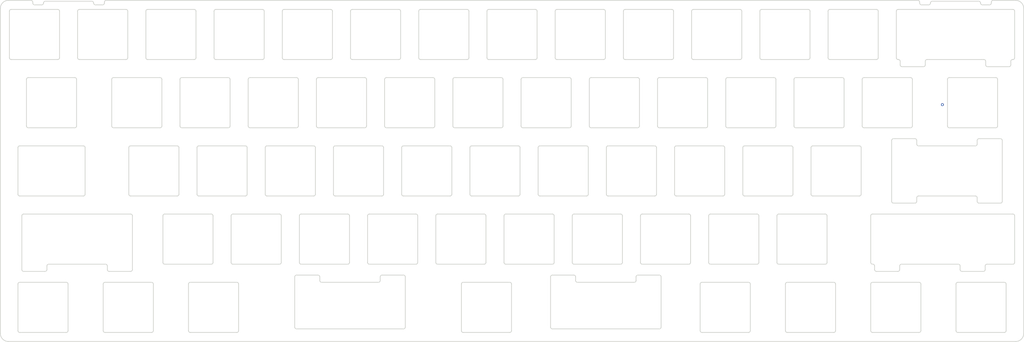
<source format=kicad_pcb>
(kicad_pcb (version 20211014) (generator pcbnew)

  (general
    (thickness 1.6)
  )

  (paper "A4")
  (layers
    (0 "F.Cu" signal)
    (31 "B.Cu" signal)
    (32 "B.Adhes" user "B.Adhesive")
    (33 "F.Adhes" user "F.Adhesive")
    (34 "B.Paste" user)
    (35 "F.Paste" user)
    (36 "B.SilkS" user "B.Silkscreen")
    (37 "F.SilkS" user "F.Silkscreen")
    (38 "B.Mask" user)
    (39 "F.Mask" user)
    (40 "Dwgs.User" user "User.Drawings")
    (41 "Cmts.User" user "User.Comments")
    (42 "Eco1.User" user "User.Eco1")
    (43 "Eco2.User" user "User.Eco2")
    (44 "Edge.Cuts" user)
    (45 "Margin" user)
    (46 "B.CrtYd" user "B.Courtyard")
    (47 "F.CrtYd" user "F.Courtyard")
    (48 "B.Fab" user)
    (49 "F.Fab" user)
  )

  (setup
    (pad_to_mask_clearance 0.051)
    (solder_mask_min_width 0.25)
    (pcbplotparams
      (layerselection 0x00010fc_ffffffff)
      (disableapertmacros false)
      (usegerberextensions false)
      (usegerberattributes false)
      (usegerberadvancedattributes false)
      (creategerberjobfile false)
      (svguseinch false)
      (svgprecision 6)
      (excludeedgelayer true)
      (plotframeref false)
      (viasonmask false)
      (mode 1)
      (useauxorigin false)
      (hpglpennumber 1)
      (hpglpenspeed 20)
      (hpglpendiameter 15.000000)
      (dxfpolygonmode true)
      (dxfimperialunits true)
      (dxfusepcbnewfont true)
      (psnegative false)
      (psa4output false)
      (plotreference true)
      (plotvalue false)
      (plotinvisibletext false)
      (sketchpadsonfab false)
      (subtractmaskfromsilk false)
      (outputformat 1)
      (mirror false)
      (drillshape 0)
      (scaleselection 1)
      (outputdirectory "./gerber")
    )
  )

  (net 0 "")

  (gr_line (start 162.09275 134.9) (end 191.96875 134.9) (layer "Edge.Cuts") (width 0.2) (tstamp 0177f950-24ed-4e6c-a9c9-460b1471f8c6))
  (gr_line (start 211.012 64.75) (end 224.012 64.75) (layer "Edge.Cuts") (width 0.2) (tstamp 037c701e-87a5-4bb2-87cd-e49064bc45b8))
  (gr_arc (start 163.387 59.7) (mid 163.033447 59.553553) (end 162.887 59.2) (layer "Edge.Cuts") (width 0.2) (tstamp 03899fc2-7ab8-4d54-82c2-1488f5d9b0d9))
  (gr_arc (start 177.6745 97.8) (mid 177.320947 97.653553) (end 177.1745 97.3) (layer "Edge.Cuts") (width 0.2) (tstamp 0461f9a0-850d-430e-b8b4-4b2c307b1693))
  (gr_line (start 53.8495 116.85) (end 66.8495 116.85) (layer "Edge.Cuts") (width 0.2) (tstamp 0471630c-6e2d-4993-a721-ad6b31523ea6))
  (gr_line (start 96.712 64.75) (end 109.712 64.75) (layer "Edge.Cuts") (width 0.2) (tstamp 04a28995-10a7-4e8d-bf0a-3c28cd74c2fa))
  (gr_arc (start 291.462 43.175) (mid 293.05299 43.83401) (end 293.712 45.425) (layer "Edge.Cuts") (width 0.2) (tstamp 0538f52d-207b-44c7-b497-cfb0c5040bce))
  (gr_arc (start 233.537 45.7) (mid 233.890553 45.846447) (end 234.037 46.2) (layer "Edge.Cuts") (width 0.2) (tstamp 0633adfa-914b-4f9d-80ba-161103ceec79))
  (gr_arc (start 282.95625 117.35) (mid 283.102697 116.996447) (end 283.45625 116.85) (layer "Edge.Cuts") (width 0.2) (tstamp 06dee84b-7881-4a3a-9363-789884fe49e6))
  (gr_arc (start 95.9245 97.3) (mid 95.778053 97.653553) (end 95.4245 97.8) (layer "Edge.Cuts") (width 0.2) (tstamp 0712d78b-cb2c-4203-af63-c9b8323491e9))
  (gr_line (start 37.012 43.675) (end 37.012 43.925) (layer "Edge.Cuts") (width 0.2) (tstamp 077d5522-c76b-482a-bb37-34c61cd35bac))
  (gr_arc (start 253.087 59.2) (mid 252.940553 59.553553) (end 252.587 59.7) (layer "Edge.Cuts") (width 0.2) (tstamp 08288747-d5b2-435c-922b-fcc7a7f0bd7c))
  (gr_line (start 172.412 65.25) (end 172.412 78.25) (layer "Edge.Cuts") (width 0.2) (tstamp 09983ca3-2fe7-4eb2-85a2-be776c19d4b7))
  (gr_arc (start 53.3495 103.35) (mid 53.495947 102.996447) (end 53.8495 102.85) (layer "Edge.Cuts") (width 0.2) (tstamp 0a2838e1-e0c9-49cd-aac8-b1c3dbe2c630))
  (gr_arc (start 185.46875 120.4) (mid 185.615197 120.046447) (end 185.96875 119.9) (layer "Edge.Cuts") (width 0.2) (tstamp 0a5a8a9e-f724-480d-9e24-e2f0fd72aaf4))
  (gr_line (start 44.83125 103.35) (end 44.83125 118.35) (layer "Edge.Cuts") (width 0.2) (tstamp 0a89fe9b-59bf-482c-9d98-b31adc7269fb))
  (gr_arc (start 29.2495 78.25) (mid 29.103053 78.603553) (end 28.7495 78.75) (layer "Edge.Cuts") (width 0.2) (tstamp 0c588297-f857-457b-95bf-5e85d22f5fc9))
  (gr_line (start 110.9995 102.85) (end 123.9995 102.85) (layer "Edge.Cuts") (width 0.2) (tstamp 0d0bad9e-9a17-4232-95e2-1777d4b18542))
  (gr_line (start 115.762 64.75) (end 128.762 64.75) (layer "Edge.Cuts") (width 0.2) (tstamp 0da7803f-983b-4093-8ec6-ff14d2952a96))
  (gr_line (start 44.3245 97.8) (end 57.3245 97.8) (layer "Edge.Cuts") (width 0.2) (tstamp 0fa139eb-2f26-4446-8d57-531dbfd1bb20))
  (gr_line (start 72.8995 116.85) (end 85.8995 116.85) (layer "Edge.Cuts") (width 0.2) (tstamp 10bcb123-0175-4435-89fe-482e5c2b2c6c))
  (gr_line (start 53.3495 103.35) (end 53.3495 116.35) (layer "Edge.Cuts") (width 0.2) (tstamp 10c3893f-272b-42dc-b850-cb0ec45c4333))
  (gr_line (start 263.34275 81.8) (end 257.34275 81.8) (layer "Edge.Cuts") (width 0.2) (tstamp 10c554fd-22dd-46cf-acfe-70c8dfb45b11))
  (gr_arc (start 150.19325 121.9) (mid 150.546803 122.046447) (end 150.69325 122.4) (layer "Edge.Cuts") (width 0.2) (tstamp 10d6bece-2fe2-4e9c-951c-ce0f71bb10fc))
  (gr_line (start 168.59275 121.4) (end 168.59275 120.4) (layer "Edge.Cuts") (width 0.2) (tstamp 11f149e9-f20e-436e-8570-70f87282d96d))
  (gr_arc (start 196.7245 97.8) (mid 196.370947 97.653553) (end 196.2245 97.3) (layer "Edge.Cuts") (width 0.2) (tstamp 132f87af-fee0-4378-a134-77a68eb21f40))
  (gr_line (start 196.2245 84.3) (end 196.2245 97.3) (layer "Edge.Cuts") (width 0.2) (tstamp 135e0385-0438-4b6b-a16a-b2a87c07c49c))
  (gr_arc (start 172.412 65.25) (mid 172.558447 64.896447) (end 172.912 64.75) (layer "Edge.Cuts") (width 0.2) (tstamp 13663e45-ff00-48c9-a1f3-53ce577f0583))
  (gr_line (start 259.724 61.7) (end 265.724 61.7) (layer "Edge.Cuts") (width 0.2) (tstamp 14e3b297-8517-4083-a46f-d2549657d44c))
  (gr_arc (start 129.5495 103.35) (mid 129.695947 102.996447) (end 130.0495 102.85) (layer "Edge.Cuts") (width 0.2) (tstamp 161b1717-b29c-4bd9-8a62-3aa7a05da5be))
  (gr_arc (start 63.3745 97.8) (mid 63.020947 97.653553) (end 62.8745 97.3) (layer "Edge.Cuts") (width 0.2) (tstamp 16669ae0-ab4e-45c8-935b-2e43f43b40f9))
  (gr_arc (start 200.6995 116.35) (mid 200.553053 116.703553) (end 200.1995 116.85) (layer "Edge.Cuts") (width 0.2) (tstamp 16e158f9-1756-4736-88c4-064b2a49e634))
  (gr_arc (start 26.86825 135.4) (mid 26.721803 135.753553) (end 26.36825 135.9) (layer "Edge.Cuts") (width 0.2) (tstamp 17e880b1-271c-4cec-8d9b-beeeb30a1b89))
  (gr_arc (start 247.8245 83.8) (mid 248.178053 83.946447) (end 248.3245 84.3) (layer "Edge.Cuts") (width 0.2) (tstamp 185eeb9c-27a6-4d8c-84ac-74c66315c305))
  (gr_line (start 168.1495 102.85) (end 181.1495 102.85) (layer "Edge.Cuts") (width 0.2) (tstamp 19b5ceaf-8af8-44bc-8898-82006d249547))
  (gr_arc (start 97.65525 121.9) (mid 97.301697 121.753553) (end 97.15525 121.4) (layer "Edge.Cuts") (width 0.2) (tstamp 1a646636-9855-49e7-a972-3dbce22f7e63))
  (gr_arc (start 138.287 45.7) (mid 138.640553 45.846447) (end 138.787 46.2) (layer "Edge.Cuts") (width 0.2) (tstamp 1a6724e5-4610-48c4-9ee8-0c939b5559cc))
  (gr_line (start 253.087 46.2) (end 253.087 59.2) (layer "Edge.Cuts") (width 0.2) (tstamp 1a87a7f3-d023-4106-84ee-f187c706415f))
  (gr_line (start 114.9745 84.3) (end 114.9745 97.3) (layer "Edge.Cuts") (width 0.2) (tstamp 1b01190c-0520-42af-89e3-4a2db2654e77))
  (gr_arc (start 130.0495 116.85) (mid 129.695947 116.703553) (end 129.5495 116.35) (layer "Edge.Cuts") (width 0.2) (tstamp 1b39aee1-14bb-4f57-949c-af5946eea388))
  (gr_arc (start 110.4995 103.35) (mid 110.645947 102.996447) (end 110.9995 102.85) (layer "Edge.Cuts") (width 0.2) (tstamp 1b4ca270-6596-4a93-b287-4785196155b9))
  (gr_line (start 281.21875 99.8) (end 287.21875 99.8) (layer "Edge.Cuts") (width 0.2) (tstamp 1bb3e249-114f-4d78-af47-780d0cc45135))
  (gr_arc (start 227.68075 135.9) (mid 227.327197 135.753553) (end 227.18075 135.4) (layer "Edge.Cuts") (width 0.2) (tstamp 1bd41d7a-cc03-44d3-8bb3-d6d3905c11be))
  (gr_line (start 186.6995 103.35) (end 186.6995 116.35) (layer "Edge.Cuts") (width 0.2) (tstamp 1c60c561-3c1b-4b94-acae-765a9f8a1932))
  (gr_arc (start 186.412 78.25) (mid 186.265553 78.603553) (end 185.912 78.75) (layer "Edge.Cuts") (width 0.2) (tstamp 1cbb4f5e-37b7-4f10-9f29-72481700c927))
  (gr_line (start 134.812 64.75) (end 147.812 64.75) (layer "Edge.Cuts") (width 0.2) (tstamp 1d1616d0-9e50-4793-b0e3-38e6ab0af7ca))
  (gr_arc (start 7.962 45.425) (mid 8.62101 43.83401) (end 10.212 43.175) (layer "Edge.Cuts") (width 0.2) (tstamp 1d71b6a4-cf45-4acb-9054-a85fc55c3a1f))
  (gr_arc (start 291.187 59.2) (mid 291.040553 59.553553) (end 290.687 59.7) (layer "Edge.Cuts") (width 0.2) (tstamp 1da88dc4-5345-4e0d-a84c-400631092f11))
  (gr_arc (start 288.30575 121.9) (mid 288.659303 122.046447) (end 288.80575 122.4) (layer "Edge.Cuts") (width 0.2) (tstamp 1e8c663b-64fc-4757-bb1e-2a598451d1f0))
  (gr_arc (start 220.037 46.2) (mid 220.183447 45.846447) (end 220.537 45.7) (layer "Edge.Cuts") (width 0.2) (tstamp 201ef1b6-fe47-4e18-a25d-8454a9ece970))
  (gr_arc (start 44.33125 102.85) (mid 44.684803 102.996447) (end 44.83125 103.35) (layer "Edge.Cuts") (width 0.2) (tstamp 20a6c859-9b58-4c1a-92cb-b7171122a6d2))
  (gr_arc (start 263.84275 98.3) (mid 263.989197 97.946447) (end 264.34275 97.8) (layer "Edge.Cuts") (width 0.2) (tstamp 20e5627d-98f3-42e2-b022-a05b56e0f484))
  (gr_line (start 163.387 59.7) (end 176.387 59.7) (layer "Edge.Cuts") (width 0.2) (tstamp 20edef2b-d0d1-439c-b4ef-836f1d539846))
  (gr_arc (start 186.6995 103.35) (mid 186.845947 102.996447) (end 187.1995 102.85) (layer "Edge.Cuts") (width 0.2) (tstamp 2104c193-2b1e-40c1-b7e4-5a7740d6f254))
  (gr_line (start 234.8245 97.8) (end 247.8245 97.8) (layer "Edge.Cuts") (width 0.2) (tstamp 21a528d2-7dcb-41af-aea4-4dd63cd2aeca))
  (gr_arc (start 115.762 78.75) (mid 115.408447 78.603553) (end 115.262 78.25) (layer "Edge.Cuts") (width 0.2) (tstamp 2200df9a-494a-4f8b-8cb0-5c21afaf2ef6))
  (gr_arc (start 31.13075 83.8) (mid 31.484303 83.946447) (end 31.63075 84.3) (layer "Edge.Cuts") (width 0.2) (tstamp 222be3c0-bf81-4a68-9c90-b370f4595e2d))
  (gr_arc (start 250.99325 103.35) (mid 251.139697 102.996447) (end 251.49325 102.85) (layer "Edge.Cuts") (width 0.2) (tstamp 240ff3ec-2785-4905-b521-cf0f33908605))
  (gr_arc (start 263.34275 81.8) (mid 263.696303 81.946447) (end 263.84275 82.3) (layer "Edge.Cuts") (width 0.2) (tstamp 242b050b-4cdf-438f-814e-5c1e62aa6b93))
  (gr_arc (start 58.112 65.25) (mid 58.258447 64.896447) (end 58.612 64.75) (layer "Edge.Cuts") (width 0.2) (tstamp 24394f05-03ed-4a33-8315-98f244d50619))
  (gr_line (start 149.0995 116.85) (end 162.0995 116.85) (layer "Edge.Cuts") (width 0.2) (tstamp 24612f33-7852-4e43-bba1-62c13fda950e))
  (gr_arc (start 251.49325 116.85) (mid 251.139697 116.703553) (end 250.99325 116.35) (layer "Edge.Cuts") (width 0.2) (tstamp 24975455-7b47-4ce7-bb31-6c7c4a451a14))
  (gr_line (start 215.2745 84.3) (end 215.2745 97.3) (layer "Edge.Cuts") (width 0.2) (tstamp 2592fd2e-0efe-462f-93ce-ac796f2c2a71))
  (gr_line (start 196.7245 97.8) (end 209.7245 97.8) (layer "Edge.Cuts") (width 0.2) (tstamp 25bf2f4f-f68e-4667-add2-543777a27bc7))
  (gr_arc (start 12.86825 84.3) (mid 13.014697 83.946447) (end 13.36825 83.8) (layer "Edge.Cuts") (width 0.2) (tstamp 264ac8c1-3c6d-460b-9668-277ddf815945))
  (gr_line (start 39.562 64.75) (end 52.562 64.75) (layer "Edge.Cuts") (width 0.2) (tstamp 27005e93-6a36-40d0-b7e5-4bf83755ee07))
  (gr_arc (start 91.4495 103.35) (mid 91.595947 102.996447) (end 91.9495 102.85) (layer "Edge.Cuts") (width 0.2) (tstamp 270bb7fc-38d9-409f-9988-f35726f5ac97))
  (gr_arc (start 114.03125 120.4) (mid 114.177697 120.046447) (end 114.53125 119.9) (layer "Edge.Cuts") (width 0.2) (tstamp 280e303b-6cb0-4a63-ad86-38ea386bc34f))
  (gr_arc (start 201.487 59.7) (mid 201.133447 59.553553) (end 200.987 59.2) (layer "Edge.Cuts") (width 0.2) (tstamp 2828dda0-5ead-4d1f-b2ca-23789cb56a91))
  (gr_arc (start 282.95625 118.35) (mid 282.809803 118.703553) (end 282.45625 118.85) (layer "Edge.Cuts") (width 0.2) (tstamp 28c18f4a-6fb8-44d9-9ab6-d3b8ee57c978))
  (gr_line (start 91.9495 116.85) (end 104.9495 116.85) (layer "Edge.Cuts") (width 0.2) (tstamp 28c8c713-5741-4349-99b8-188c8a4b8ac7))
  (gr_arc (start 37.33125 116.85) (mid 37.684803 116.996447) (end 37.83125 117.35) (layer "Edge.Cuts") (width 0.2) (tstamp 292ad88c-c609-4a34-b081-e3c201e5b969))
  (gr_arc (start 20.95525 117.35) (mid 21.101697 116.996447) (end 21.45525 116.85) (layer "Edge.Cuts") (width 0.2) (tstamp 294a1a09-794d-4457-8db5-2717b007b81c))
  (gr_line (start 275.30575 121.9) (end 288.30575 121.9) (layer "Edge.Cuts") (width 0.2) (tstamp 296b25c7-a2d7-4fad-9b50-9dafe3638219))
  (gr_line (start 215.7745 97.8) (end 228.7745 97.8) (layer "Edge.Cuts") (width 0.2) (tstamp 29de0295-fc98-4e91-b33d-3538007ba123))
  (gr_line (start 250.99325 122.4) (end 250.99325 135.4) (layer "Edge.Cuts") (width 0.2) (tstamp 2a2a4016-7e4c-44fd-931a-e34a173acb81))
  (gr_arc (start 290.1 61.2) (mid 289.953553 61.553553) (end 289.6 61.7) (layer "Edge.Cuts") (width 0.2) (tstamp 2a2eed13-66b8-41e1-946f-8e7727c088a6))
  (gr_line (start 76.8745 84.3) (end 76.8745 97.3) (layer "Edge.Cuts") (width 0.2) (tstamp 2a5b3e3c-2022-46db-8938-2c3b2e9edb6d))
  (gr_line (start 284.662 43.675) (end 284.662 43.925) (layer "Edge.Cuts") (width 0.2) (tstamp 2a6a4e4e-7b7a-48cf-b5e3-77a3f8724515))
  (gr_arc (start 276.45625 118.85) (mid 276.102697 118.703553) (end 275.95625 118.35) (layer "Edge.Cuts") (width 0.2) (tstamp 2a857059-bf79-48d3-9e68-78752dab9407))
  (gr_line (start 60.49325 122.4) (end 60.49325 135.4) (layer "Edge.Cuts") (width 0.2) (tstamp 2b471bad-edbf-44fe-a5a3-8940bcf5d975))
  (gr_line (start 158.6245 97.8) (end 171.6245 97.8) (layer "Edge.Cuts") (width 0.2) (tstamp 2c427024-ca14-4429-b693-ea483e491065))
  (gr_arc (start 234.037 59.2) (mid 233.890553 59.553553) (end 233.537 59.7) (layer "Edge.Cuts") (width 0.2) (tstamp 2c7ef42a-85f5-48ae-a5ea-55aced306f2f))
  (gr_line (start 205.462 65.25) (end 205.462 78.25) (layer "Edge.Cuts") (width 0.2) (tstamp 2cdd52ff-4cba-4257-a3fa-2f4f2824df62))
  (gr_line (start 36.512 44.425) (end 34.512 44.425) (layer "Edge.Cuts") (width 0.2) (tstamp 2d02d188-8ca7-406b-a160-f406c251c141))
  (gr_arc (start 229.562 65.25) (mid 229.708447 64.896447) (end 230.062 64.75) (layer "Edge.Cuts") (width 0.2) (tstamp 2db1a821-516b-446d-a1c8-ad5d2a5848fe))
  (gr_arc (start 166.862 64.75) (mid 167.215553 64.896447) (end 167.362 65.25) (layer "Edge.Cuts") (width 0.2) (tstamp 2e063fff-a2c7-45f0-96f6-e7831414a280))
  (gr_line (start 13.36825 97.8) (end 31.13075 97.8) (layer "Edge.Cuts") (width 0.2) (tstamp 2e150599-3f37-4a4e-9eb6-5a0de880d7ec))
  (gr_arc (start 143.0495 102.85) (mid 143.403053 102.996447) (end 143.5495 103.35) (layer "Edge.Cuts") (width 0.2) (tstamp 2e3bcf61-c850-4961-a682-3af35359032b))
  (gr_arc (start 258.724 59.7) (mid 259.077553 59.846447) (end 259.224 60.2) (layer "Edge.Cuts") (width 0.2) (tstamp 2ff567b0-8a25-4a6e-87d2-24384dfd0c62))
  (gr_line (start 282.95625 117.35) (end 282.95625 118.35) (layer "Edge.Cuts") (width 0.2) (tstamp 3030b2e5-e476-4111-8069-0a78cfd7f7be))
  (gr_arc (start 16.512 43.175) (mid 16.865553 43.321447) (end 17.012 43.675) (layer "Edge.Cuts") (width 0.2) (tstamp 3107883c-3dd4-4f1d-9bea-f1c2b29f0c8e))
  (gr_arc (start 48.587 46.2) (mid 48.733447 45.846447) (end 49.087 45.7) (layer "Edge.Cuts") (width 0.2) (tstamp 31a46725-4e18-4d78-aed7-e5e035bac8d9))
  (gr_line (start 21.45525 116.85) (end 37.33125 116.85) (layer "Edge.Cuts") (width 0.2) (tstamp 322f22ee-7049-4600-ba35-723eb2cb910d))
  (gr_line (start 229.562 65.25) (end 229.562 78.25) (layer "Edge.Cuts") (width 0.2) (tstamp 32303de2-a089-4036-9961-f3e6f0fcf75e))
  (gr_arc (start 272.4245 65.25) (mid 272.570947 64.896447) (end 272.9245 64.75) (layer "Edge.Cuts") (width 0.2) (tstamp 32786941-fff9-4885-b617-e55883187978))
  (gr_arc (start 100.687 59.2) (mid 100.540553 59.553553) (end 100.187 59.7) (layer "Edge.Cuts") (width 0.2) (tstamp 33bbbb76-f346-4dc9-93fb-99322940ea78))
  (gr_arc (start 14.45525 118.85) (mid 14.101697 118.703553) (end 13.95525 118.35) (layer "Edge.Cuts") (width 0.2) (tstamp 33c57b3f-6cf7-482f-ae63-48925f710108))
  (gr_line (start 77.662 78.75) (end 90.662 78.75) (layer "Edge.Cuts") (width 0.2) (tstamp 33ef85b0-8ab9-4c3f-9bbc-5ff5ed8276d7))
  (gr_arc (start 110.212 78.25) (mid 110.065553 78.603553) (end 109.712 78.75) (layer "Edge.Cuts") (width 0.2) (tstamp 34c42ce1-4daa-44ed-9b0d-116fcfc2d0d8))
  (gr_line (start 203.86825 121.9) (end 216.86825 121.9) (layer "Edge.Cuts") (width 0.2) (tstamp 34e599a4-b6fd-4f18-ad63-44c4b0648740))
  (gr_arc (start 17.512 44.425) (mid 17.158447 44.278553) (end 17.012 43.925) (layer "Edge.Cuts") (width 0.2) (tstamp 358b5a19-1161-43b1-8fe8-76dfffdf809b))
  (gr_line (start 182.437 59.7) (end 195.437 59.7) (layer "Edge.Cuts") (width 0.2) (tstamp 35f3c689-1acd-4f9d-8a20-40aa0367785d))
  (gr_line (start 177.1745 84.3) (end 177.1745 97.3) (layer "Edge.Cuts") (width 0.2) (tstamp 37202a1b-6857-45c1-82b8-63d2e45accf1))
  (gr_line (start 185.46875 121.4) (end 185.46875 120.4) (layer "Edge.Cuts") (width 0.2) (tstamp 372c03b7-f3ce-4285-8a79-a23ebebdc0f1))
  (gr_arc (start 77.662 78.75) (mid 77.308447 78.603553) (end 77.162 78.25) (layer "Edge.Cuts") (width 0.2) (tstamp 37cc8edc-e3ff-4c9e-9d99-86452e62f192))
  (gr_arc (start 162.5995 116.35) (mid 162.453053 116.703553) (end 162.0995 116.85) (layer "Edge.Cuts") (width 0.2) (tstamp 37f07b07-0fdf-4825-ac87-6b97c519244d))
  (gr_line (start 144.337 59.7) (end 157.337 59.7) (layer "Edge.Cuts") (width 0.2) (tstamp 38cb8b24-9ec5-4b28-b954-293535a4c000))
  (gr_arc (start 96.65525 119.9) (mid 97.008803 120.046447) (end 97.15525 120.4) (layer "Edge.Cuts") (width 0.2) (tstamp 38cdeb79-38b0-4b02-a77a-a4cc178e7598))
  (gr_line (start 43.537 46.2) (end 43.537 59.2) (layer "Edge.Cuts") (width 0.2) (tstamp 390741a1-056f-4471-96af-67e5a38ee177))
  (gr_arc (start 62.8745 84.3) (mid 63.020947 83.946447) (end 63.3745 83.8) (layer "Edge.Cuts") (width 0.2) (tstamp 394febab-7571-4336-adce-ce25f1a5dfc5))
  (gr_arc (start 181.937 46.2) (mid 182.083447 45.846447) (end 182.437 45.7) (layer "Edge.Cuts") (width 0.2) (tstamp 398d4152-46f4-447c-89e9-10ddc6f27876))
  (gr_line (start 215.7745 83.8) (end 228.7745 83.8) (layer "Edge.Cuts") (width 0.2) (tstamp 39dd64e4-af0d-4c99-bae8-be8cc86b1cb4))
  (gr_arc (start 187.1995 116.85) (mid 186.845947 116.703553) (end 186.6995 116.35) (layer "Edge.Cuts") (width 0.2) (tstamp 3a3f9037-f8ab-4c3f-ac7e-8096ebf1654a))
  (gr_line (start 251.49325 121.9) (end 264.49325 121.9) (layer "Edge.Cuts") (width 0.2) (tstamp 3aec649b-7bfb-45b0-aab7-a7fd1c3cd2bb))
  (gr_line (start 17.012 43.675) (end 17.012 43.925) (layer "Edge.Cuts") (width 0.2) (tstamp 3b141b33-65ad-4426-be0e-a47b98ef625f))
  (gr_arc (start 23.987 45.7) (mid 24.340553 45.846447) (end 24.487 46.2) (layer "Edge.Cuts") (width 0.2) (tstamp 3c08a288-54ef-4930-aaa4-9ec3ea30fbf8))
  (gr_line (start 39.062 65.25) (end 39.062 78.25) (layer "Edge.Cuts") (width 0.2) (tstamp 3c1859dc-33d6-48ca-97a8-d652f7b04c48))
  (gr_line (start 137.19325 135.9) (end 150.19325 135.9) (layer "Edge.Cuts") (width 0.2) (tstamp 3c273b2a-2c92-4c14-a97a-48cecf1c34d7))
  (gr_line (start 137.19325 121.9) (end 150.19325 121.9) (layer "Edge.Cuts") (width 0.2) (tstamp 3d618a59-1b0b-47f7-b0d2-1d5267d3779c))
  (gr_line (start 266.224 60.2) (end 266.224 61.2) (layer "Edge.Cuts") (width 0.2) (tstamp 3d816713-8e55-4148-9a62-71edf593333b))
  (gr_line (start 258.137 46.2) (end 258.137 59.2) (layer "Edge.Cuts") (width 0.2) (tstamp 3df76baa-4dfb-41a2-92fb-21917056c777))
  (gr_arc (start 124.787 46.2) (mid 124.933447 45.846447) (end 125.287 45.7) (layer "Edge.Cuts") (width 0.2) (tstamp 3e20f786-1b85-4224-a183-0ada4f801b0d))
  (gr_arc (start 123.9995 102.85) (mid 124.353053 102.996447) (end 124.4995 103.35) (layer "Edge.Cuts") (width 0.2) (tstamp 3e488e92-bddd-4d44-95f8-53f1899959b3))
  (gr_arc (start 286.4245 78.25) (mid 286.278053 78.603553) (end 285.9245 78.75) (layer "Edge.Cuts") (width 0.2) (tstamp 3e803eba-8186-424f-b068-34ca56535b22))
  (gr_line (start 284.162 44.425) (end 282.162 44.425) (layer "Edge.Cuts") (width 0.2) (tstamp 3efdd237-812f-45f5-b9bc-b430531da8a8))
  (gr_line (start 187.1995 116.85) (end 200.1995 116.85) (layer "Edge.Cuts") (width 0.2) (tstamp 3f337261-bd0b-4a3c-af5d-41e4f20b8d2b))
  (gr_arc (start 288.80575 135.4) (mid 288.659303 135.753553) (end 288.30575 135.9) (layer "Edge.Cuts") (width 0.2) (tstamp 3fd557e1-bf68-4805-b4ea-17079bc0f2ca))
  (gr_line (start 37.18075 135.9) (end 50.18075 135.9) (layer "Edge.Cuts") (width 0.2) (tstamp 401cd2a0-2a04-428b-98d5-784a840a38d1))
  (gr_line (start 248.3245 84.3) (end 248.3245 97.3) (layer "Edge.Cuts") (width 0.2) (tstamp 40d51405-819c-49a2-bf42-6641f1d5098c))
  (gr_arc (start 105.4495 116.35) (mid 105.303053 116.703553) (end 104.9495 116.85) (layer "Edge.Cuts") (width 0.2) (tstamp 40f684f6-e84e-4ec5-8d74-fe9638c29922))
  (gr_line (start 150.69325 122.4) (end 150.69325 135.4) (layer "Edge.Cuts") (width 0.2) (tstamp 4254b0ba-0918-4ce7-98e5-d41e92659dee))
  (gr_line (start 95.9245 84.3) (end 95.9245 97.3) (layer "Edge.Cuts") (width 0.2) (tstamp 44c36064-6455-44cf-8c3e-1e6a5968d0ce))
  (gr_line (start 125.287 59.7) (end 138.287 59.7) (layer "Edge.Cuts") (width 0.2) (tstamp 44d5e0e6-a159-42fd-a0ab-fbb431995d1f))
  (gr_line (start 251.49325 135.9) (end 264.49325 135.9) (layer "Edge.Cuts") (width 0.2) (tstamp 453fc808-4126-453d-85ae-1cdb419088b5))
  (gr_arc (start 264.99325 135.4) (mid 264.846803 135.753553) (end 264.49325 135.9) (layer "Edge.Cuts") (width 0.2) (tstamp 4545d90c-1e8d-4776-805c-dce54bf3d01b))
  (gr_arc (start 143.5495 116.35) (mid 143.403053 116.703553) (end 143.0495 116.85) (layer "Edge.Cuts") (width 0.2) (tstamp 45617d82-b7ce-4f18-bb05-846fa89e1eb9))
  (gr_line (start 227.68075 135.9) (end 240.68075 135.9) (layer "Edge.Cuts") (width 0.2) (tstamp 4610f617-7c51-48e6-bdf1-f30ac4bd349a))
  (gr_arc (start 257.34275 99.8) (mid 256.989197 99.653553) (end 256.84275 99.3) (layer "Edge.Cuts") (width 0.2) (tstamp 4677f77b-9c70-421e-9de7-f775b3529feb))
  (gr_line (start 169.09275 121.9) (end 184.96875 121.9) (layer "Edge.Cuts") (width 0.2) (tstamp 46a17313-3b78-4a84-8f45-a37ea5833dad))
  (gr_arc (start 171.6245 83.8) (mid 171.978053 83.946447) (end 172.1245 84.3) (layer "Edge.Cuts") (width 0.2) (tstamp 471d2ad0-9a0f-45b9-a5a3-b718b6226c05))
  (gr_arc (start 224.012 64.75) (mid 224.365553 64.896447) (end 224.512 65.25) (layer "Edge.Cuts") (width 0.2) (tstamp 475951cd-36b9-417b-9823-870f5143e972))
  (gr_line (start 26.86825 122.4) (end 26.86825 135.4) (layer "Edge.Cuts") (width 0.2) (tstamp 4781e940-2780-4da6-aba4-e6d5ef95750f))
  (gr_line (start 239.587 45.7) (end 252.587 45.7) (layer "Edge.Cuts") (width 0.2) (tstamp 47b96755-77b4-4d1f-b7c7-e83301b841d7))
  (gr_line (start 200.987 46.2) (end 200.987 59.2) (layer "Edge.Cuts") (width 0.2) (tstamp 47fcfb41-b975-46db-99b6-8316554e9039))
  (gr_arc (start 13.95525 103.35) (mid 14.101697 102.996447) (end 14.45525 102.85) (layer "Edge.Cuts") (width 0.2) (tstamp 48d62789-113b-4c97-a41f-a974983be06b))
  (gr_arc (start 264.49325 121.9) (mid 264.846803 122.046447) (end 264.99325 122.4) (layer "Edge.Cuts") (width 0.2) (tstamp 4991f4b1-e65c-440a-b6db-5dfc5cb33d4f))
  (gr_arc (start 287.21875 81.8) (mid 287.572303 81.946447) (end 287.71875 82.3) (layer "Edge.Cuts") (width 0.2) (tstamp 49d0118c-01b7-4998-b873-7c754ad231d9))
  (gr_arc (start 139.5745 97.8) (mid 139.220947 97.653553) (end 139.0745 97.3) (layer "Edge.Cuts") (width 0.2) (tstamp 49fe50eb-0a31-4c8b-be75-b69955d7b1d1))
  (gr_arc (start 96.212 65.25) (mid 96.358447 64.896447) (end 96.712 64.75) (layer "Edge.Cuts") (width 0.2) (tstamp 4ac569d6-ee54-448b-9bb6-6249a04e833f))
  (gr_line (start 258.637 59.7) (end 258.724 59.7) (layer "Edge.Cuts") (width 0.2) (tstamp 4bc982a1-16d4-4cc0-b64c-2db3f69db5c7))
  (gr_line (start 114.03125 121.4) (end 114.03125 120.4) (layer "Edge.Cuts") (width 0.2) (tstamp 4c48b2b5-5c1e-416c-8af1-9cc6f401041e))
  (gr_arc (start 49.087 59.7) (mid 48.733447 59.553553) (end 48.587 59.2) (layer "Edge.Cuts") (width 0.2) (tstamp 4c9c3c2e-0239-410e-996f-174ecab352e9))
  (gr_arc (start 38.33125 118.85) (mid 37.977697 118.703553) (end 37.83125 118.35) (layer "Edge.Cuts") (width 0.2) (tstamp 4d0cb151-be02-460e-84ff-e89488e5e234))
  (gr_arc (start 104.9495 102.85) (mid 105.303053 102.996447) (end 105.4495 103.35) (layer "Edge.Cuts") (width 0.2) (tstamp 4d28462b-8671-42f9-aba4-b0b882bed204))
  (gr_arc (start 282.6 59.7) (mid 282.953553 59.846447) (end 283.1 60.2) (layer "Edge.Cuts") (width 0.2) (tstamp 4d311328-492e-47d3-9270-3c2077f73228))
  (gr_arc (start 266.224 60.2) (mid 266.370447 59.846447) (end 266.724 59.7) (layer "Edge.Cuts") (width 0.2) (tstamp 4d6e7593-5db0-439b-b5fa-1a63df3ad67e))
  (gr_arc (start 76.3745 83.8) (mid 76.728053 83.946447) (end 76.8745 84.3) (layer "Edge.Cuts") (width 0.2) (tstamp 4de8b7be-07f1-404c-8a88-482f6237258c))
  (gr_line (start 266.724 59.7) (end 282.6 59.7) (layer "Edge.Cuts") (width 0.2) (tstamp 4ed2c52e-a554-45ab-bede-548328ed956d))
  (gr_line (start 30.037 59.7) (end 43.037 59.7) (layer "Edge.Cuts") (width 0.2) (tstamp 4f09cb32-5a0c-4f44-89e2-81335d9dbf63))
  (gr_line (start 290.6 59.7) (end 290.687 59.7) (layer "Edge.Cuts") (width 0.2) (tstamp 502a5913-ee24-401f-9f1a-9d3a372ca6ac))
  (gr_arc (start 24.487 59.2) (mid 24.340553 59.553553) (end 23.987 59.7) (layer "Edge.Cuts") (width 0.2) (tstamp 50f92996-a571-4b51-bd1a-6d9c37fd2a8b))
  (gr_arc (start 90.65525 134.9) (mid 90.301697 134.753553) (end 90.15525 134.4) (layer "Edge.Cuts") (width 0.2) (tstamp 51911da2-226b-4d77-89d7-15286a20de58))
  (gr_line (start 283.1 60.2) (end 283.1 61.2) (layer "Edge.Cuts") (width 0.2) (tstamp 519b5f4a-c9ce-4a77-b4dc-bdfea698472f))
  (gr_arc (start 167.362 78.25) (mid 167.215553 78.603553) (end 166.862 78.75) (layer "Edge.Cuts") (width 0.2) (tstamp 51bb1c8d-78ec-4290-a93e-a43f4c748f96))
  (gr_line (start 97.65525 121.9) (end 113.53125 121.9) (layer "Edge.Cuts") (width 0.2) (tstamp 521b2398-56fa-4338-8610-870ca4d61557))
  (gr_arc (start 148.5995 103.35) (mid 148.745947 102.996447) (end 149.0995 102.85) (layer "Edge.Cuts") (width 0.2) (tstamp 5265b37f-07e3-467f-b19c-5eb6ca78b78c))
  (gr_arc (start 161.59275 120.4) (mid 161.739197 120.046447) (end 162.09275 119.9) (layer "Edge.Cuts") (width 0.2) (tstamp 52f95826-77fa-45a0-90f2-08a39c194e57))
  (gr_arc (start 95.4245 83.8) (mid 95.778053 83.946447) (end 95.9245 84.3) (layer "Edge.Cuts") (width 0.2) (tstamp 53476016-f7e0-4372-9b0d-65933670b71f))
  (gr_arc (start 100.187 45.7) (mid 100.540553 45.846447) (end 100.687 46.2) (layer "Edge.Cuts") (width 0.2) (tstamp 54b7405f-88db-41af-a8e9-82d894fabec5))
  (gr_arc (start 81.637 59.2) (mid 81.490553 59.553553) (end 81.137 59.7) (layer "Edge.Cuts") (width 0.2) (tstamp 54be2e8d-b9e1-45ef-9cf3-5bde450aee2c))
  (gr_arc (start 168.09275 119.9) (mid 168.446303 120.046447) (end 168.59275 120.4) (layer "Edge.Cuts") (width 0.2) (tstamp 54d02629-5932-4011-95b6-b5c653f05ca3))
  (gr_line (start 148.5995 103.35) (end 148.5995 116.35) (layer "Edge.Cuts") (width 0.2) (tstamp 5640b998-b28c-4be1-808e-1d6b0cc9509e))
  (gr_line (start 234.3245 84.3) (end 234.3245 97.3) (layer "Edge.Cuts") (width 0.2) (tstamp 57130439-5a28-4245-96a9-b87d5142d41c))
  (gr_line (start 191.462 65.25) (end 191.462 78.25) (layer "Edge.Cuts") (width 0.2) (tstamp 582f3731-2b1d-41f9-bc19-6be19222b82f))
  (gr_line (start 264.34275 97.8) (end 280.21875 97.8) (layer "Edge.Cuts") (width 0.2) (tstamp 5871ce44-fd17-418b-bec2-6774a2aa3d4b))
  (gr_line (start 125.287 45.7) (end 138.287 45.7) (layer "Edge.Cuts") (width 0.2) (tstamp 58ed0887-84ff-4fde-8805-f5103bfe8779))
  (gr_arc (start 44.3245 97.8) (mid 43.970947 97.653553) (end 43.8245 97.3) (layer "Edge.Cuts") (width 0.2) (tstamp 590fc34e-a1ee-43b2-8622-3dfce47b0067))
  (gr_arc (start 267.662 43.925) (mid 267.515553 44.278553) (end 267.162 44.425) (layer "Edge.Cuts") (width 0.2) (tstamp 592af23c-e24e-4241-b105-046834f9f8db))
  (gr_line (start 249.112 64.75) (end 262.112 64.75) (layer "Edge.Cuts") (width 0.2) (tstamp 594e3aa4-35e3-49ed-af28-cea9c66d236f))
  (gr_line (start 139.0745 84.3) (end 139.0745 97.3) (layer "Edge.Cuts") (width 0.2) (tstamp 5956c9c4-93f5-4341-b42d-e62e27b5e9d6))
  (gr_line (start 265.162 44.425) (end 267.162 44.425) (layer "Edge.Cuts") (width 0.2) (tstamp 59a13100-a5d0-4346-918b-7d0612ecf423))
  (gr_arc (start 150.69325 135.4) (mid 150.546803 135.753553) (end 150.19325 135.9) (layer "Edge.Cuts") (width 0.2) (tstamp 5a56abc4-5b25-4c88-97db-344566c9d379))
  (gr_line (start 90.65525 134.9) (end 120.53125 134.9) (layer "Edge.Cuts") (width 0.2) (tstamp 5a7e1875-0a35-41e4-b34e-52ef60ffafd7))
  (gr_arc (start 73.99325 121.9) (mid 74.346803 122.046447) (end 74.49325 122.4) (layer "Edge.Cuts") (width 0.2) (tstamp 5a834b0b-ae0e-4acc-9f0f-cfdb9b1a39cd))
  (gr_line (start 219.7495 103.35) (end 219.7495 116.35) (layer "Edge.Cuts") (width 0.2) (tstamp 5ac932b6-2ff5-4e58-97c0-c6a8c44f750a))
  (gr_line (start 110.212 65.25) (end 110.212 78.25) (layer "Edge.Cuts") (width 0.2) (tstamp 5b291660-876b-4f49-bc42-f0ce83419c18))
  (gr_arc (start 57.8245 97.3) (mid 57.678053 97.653553) (end 57.3245 97.8) (layer "Edge.Cuts") (width 0.2) (tstamp 5b5e9d4f-5380-4795-9c5c-6c9dd2774543))
  (gr_line (start 130.0495 102.85) (end 143.0495 102.85) (layer "Edge.Cuts") (width 0.2) (tstamp 5c15ae8b-cb8e-4d01-9663-994d42e6e174))
  (gr_arc (start 227.18075 122.4) (mid 227.327197 122.046447) (end 227.68075 121.9) (layer "Edge.Cuts") (width 0.2) (tstamp 5c79db56-ad3d-42b9-b371-90b0967edd70))
  (gr_arc (start 139.0745 84.3) (mid 139.220947 83.946447) (end 139.5745 83.8) (layer "Edge.Cuts") (width 0.2) (tstamp 5c99a6ab-e247-47b9-aa50-cb98a25ea96f))
  (gr_arc (start 50.68075 135.4) (mid 50.534303 135.753553) (end 50.18075 135.9) (layer "Edge.Cuts") (width 0.2) (tstamp 5caa5150-9ea2-456f-acb4-4bb542a7cb19))
  (gr_line (start 195.937 46.2) (end 195.937 59.2) (layer "Edge.Cuts") (width 0.2) (tstamp 5cf1f0f8-ff6f-40a7-813c-8945212442a8))
  (gr_line (start 287.71875 99.3) (end 287.71875 82.3) (layer "Edge.Cuts") (width 0.2) (tstamp 5d841968-d13a-47b4-862e-419d30a5db47))
  (gr_line (start 60.99325 135.9) (end 73.99325 135.9) (layer "Edge.Cuts") (width 0.2) (tstamp 5d9a2390-54fa-47bd-9176-99f0176cfd92))
  (gr_arc (start 129.262 78.25) (mid 129.115553 78.603553) (end 128.762 78.75) (layer "Edge.Cuts") (width 0.2) (tstamp 5ea6b2a3-8795-413d-8c6f-6fe69e6cc26a))
  (gr_line (start 264.662 43.675) (end 264.662 43.925) (layer "Edge.Cuts") (width 0.2) (tstamp 5f10d7a0-4d70-4b91-97f5-8b7b5b68ee9e))
  (gr_line (start 287.21875 81.8) (end 281.21875 81.8) (layer "Edge.Cuts") (width 0.2) (tstamp 5f57716a-1770-465c-bd5c-764e6a2f7c3e))
  (gr_line (start 249.112 78.75) (end 262.112 78.75) (layer "Edge.Cuts") (width 0.2) (tstamp 5f6fbc87-cd39-4d24-8f5c-dad4bc9df885))
  (gr_line (start 259.08025 117.35) (end 259.08025 118.35) (layer "Edge.Cuts") (width 0.2) (tstamp 5f7418eb-362f-407c-8ca9-b0955aa70fba))
  (gr_arc (start 134.812 78.75) (mid 134.458447 78.603553) (end 134.312 78.25) (layer "Edge.Cuts") (width 0.2) (tstamp 6189ec01-e3be-49b6-8e6a-8bc83065735a))
  (gr_line (start 162.887 46.2) (end 162.887 59.2) (layer "Edge.Cuts") (width 0.2) (tstamp 62ca4f30-2875-439c-bfa4-dd33bf1a5b4e))
  (gr_arc (start 125.287 59.7) (mid 124.933447 59.553553) (end 124.787 59.2) (layer "Edge.Cuts") (width 0.2) (tstamp 634477ec-a073-49d7-9a2f-fc6ddf6fa107))
  (gr_arc (start 43.037 45.7) (mid 43.390553 45.846447) (end 43.537 46.2) (layer "Edge.Cuts") (width 0.2) (tstamp 635c708f-a458-466c-b9bb-4009a3eed2bf))
  (gr_arc (start 205.462 78.25) (mid 205.315553 78.603553) (end 204.962 78.75) (layer "Edge.Cuts") (width 0.2) (tstamp 638f25d2-c0f3-4b26-98c2-56361c19f1f1))
  (gr_arc (start 60.49325 122.4) (mid 60.639697 122.046447) (end 60.99325 121.9) (layer "Edge.Cuts") (width 0.2) (tstamp 641bff06-317a-48d2-9b08-d66fdf72b068))
  (gr_arc (start 57.3245 83.8) (mid 57.678053 83.946447) (end 57.8245 84.3) (layer "Edge.Cuts") (width 0.2) (tstamp 64e64f34-939d-40cf-97f3-b5424f70af39))
  (gr_line (start 60.99325 121.9) (end 73.99325 121.9) (layer "Edge.Cuts") (width 0.2) (tstamp 65eabaca-eeaa-4f8a-bc95-9d4f43692c55))
  (gr_line (start 37.512 43.175) (end 264.162 43.175) (layer "Edge.Cuts") (width 0.2) (tstamp 660b3ab6-21ac-4bda-b062-1f2e9aa9b0ca))
  (gr_arc (start 167.6495 103.35) (mid 167.795947 102.996447) (end 168.1495 102.85) (layer "Edge.Cuts") (width 0.2) (tstamp 660feb2f-ed14-424b-9bf2-c6c2c987a377))
  (gr_line (start 239.087 46.2) (end 239.087 59.2) (layer "Edge.Cuts") (width 0.2) (tstamp 66308b32-b4c1-4428-8c3f-a86bbc2c13ef))
  (gr_line (start 62.587 46.2) (end 62.587 59.2) (layer "Edge.Cuts") (width 0.2) (tstamp 666cabd1-16e1-44b0-8bf9-0cb4915153ab))
  (gr_line (start 13.36825 83.8) (end 31.13075 83.8) (layer "Edge.Cuts") (width 0.2) (tstamp 669b1fea-623e-45be-9fac-e1067bbb63a7))
  (gr_line (start 96.65525 119.9) (end 90.65525 119.9) (layer "Edge.Cuts") (width 0.2) (tstamp 670d59f4-fa4b-4229-9af8-377819e4ac8a))
  (gr_arc (start 110.9995 116.85) (mid 110.645947 116.703553) (end 110.4995 116.35) (layer "Edge.Cuts") (width 0.2) (tstamp 671ef85d-cf98-4e91-a064-956594851655))
  (gr_arc (start 52.562 64.75) (mid 52.915553 64.896447) (end 53.062 65.25) (layer "Edge.Cuts") (width 0.2) (tstamp 674dc7df-a1ab-4b4f-990f-590eb08c2ce2))
  (gr_arc (start 216.86825 121.9) (mid 217.221803 122.046447) (end 217.36825 122.4) (layer "Edge.Cuts") (width 0.2) (tstamp 6766eb3f-cea4-4521-aa0a-171be6569eb2))
  (gr_line (start 153.0745 84.3) (end 153.0745 97.3) (layer "Edge.Cuts") (width 0.2) (tstamp 678665c0-b018-4693-8385-31816ffd5758))
  (gr_arc (start 293.712 136.175) (mid 293.05299 137.76599) (end 291.462 138.425) (layer "Edge.Cuts") (width 0.2) (tstamp 6793b167-81e3-4410-b2cc-cb485cc3796d))
  (gr_line (start 210.2245 84.3) (end 210.2245 97.3) (layer "Edge.Cuts") (width 0.2) (tstamp 68266e48-6278-4b4b-9827-471e05208fe8))
  (gr_line (start 203.86825 135.9) (end 216.86825 135.9) (layer "Edge.Cuts") (width 0.2) (tstamp 6926cc5a-a9df-4cc2-8ad1-089b322765a5))
  (gr_line (start 258.637 45.7) (end 290.687 45.7) (layer "Edge.Cuts") (width 0.2) (tstamp 6999b4fa-2554-4f88-a114-67cfd1a2d13a))
  (gr_arc (start 68.137 59.7) (mid 67.783447 59.553553) (end 67.637 59.2) (layer "Edge.Cuts") (width 0.2) (tstamp 69cdd4f4-a818-4d95-8c6f-589b69e9c76a))
  (gr_line (start 12.86825 84.3) (end 12.86825 97.3) (layer "Edge.Cuts") (width 0.2) (tstamp 6ac499d9-bda2-4cde-b62a-2b92ad8e5ae4))
  (gr_line (start 252.08025 117.35) (end 252.08025 118.35) (layer "Edge.Cuts") (width 0.2) (tstamp 6aec1ee6-c9a6-4922-8a2e-61a175d8035f))
  (gr_arc (start 243.062 64.75) (mid 243.415553 64.896447) (end 243.562 65.25) (layer "Edge.Cuts") (width 0.2) (tstamp 6b3002dd-62c9-4f2a-8c51-d319894ff4a7))
  (gr_arc (start 234.3245 84.3) (mid 234.470947 83.946447) (end 234.8245 83.8) (layer "Edge.Cuts") (width 0.2) (tstamp 6b406a64-323a-461d-b746-408d4b128e51))
  (gr_line (start 181.6495 103.35) (end 181.6495 116.35) (layer "Edge.Cuts") (width 0.2) (tstamp 6d632c44-35fe-4adf-9daa-04496c1a05d1))
  (gr_line (start 10.987 59.7) (end 23.987 59.7) (layer "Edge.Cuts") (width 0.2) (tstamp 6d96171e-7384-48a3-b7b6-f3f35d176d40))
  (gr_line (start 53.8495 102.85) (end 66.8495 102.85) (layer "Edge.Cuts") (width 0.2) (tstamp 6db3e0a6-b3ef-46d7-a683-43d6b85524e1))
  (gr_arc (start 158.1245 84.3) (mid 158.270947 83.946447) (end 158.6245 83.8) (layer "Edge.Cuts") (width 0.2) (tstamp 6db4ce56-9a81-42e2-ad89-9f5b869099e2))
  (gr_arc (start 91.162 78.25) (mid 91.015553 78.603553) (end 90.662 78.75) (layer "Edge.Cuts") (width 0.2) (tstamp 6eaf2310-87a6-4b9a-92e8-35debbcaa5b5))
  (gr_line (start 48.587 46.2) (end 48.587 59.2) (layer "Edge.Cuts") (width 0.2) (tstamp 6eb210e6-2a55-4bbe-b437-8097f6ba8718))
  (gr_arc (start 153.0745 97.3) (mid 152.928053 97.653553) (end 152.5745 97.8) (layer "Edge.Cuts") (width 0.2) (tstamp 6eea4de7-227d-40d6-acc1-1620ef137fa5))
  (gr_line (start 87.187 45.7) (end 100.187 45.7) (layer "Edge.Cuts") (width 0.2) (tstamp 6f9ff052-6887-4fbe-a989-d0b4f028936c))
  (gr_line (start 161.59275 120.4) (end 161.59275 134.4) (layer "Edge.Cuts") (width 0.2) (tstamp 70335fd6-e8f4-4775-9886-57d960327617))
  (gr_arc (start 20.012 43.925) (mid 20.158447 43.571447) (end 20.512 43.425) (layer "Edge.Cuts") (width 0.2) (tstamp 705620ac-df50-4ada-a3c9-cac5f717360a))
  (gr_line (start 36.68075 122.4) (end 36.68075 135.4) (layer "Edge.Cuts") (width 0.2) (tstamp 7174babe-609e-414a-875a-5d616c24c193))
  (gr_line (start 182.437 45.7) (end 195.437 45.7) (layer "Edge.Cuts") (width 0.2) (tstamp 71c756c5-ee2b-4165-b2f5-f9e898f43e8f))
  (gr_line (start 275.95625 117.35) (end 275.95625 118.35) (layer "Edge.Cuts") (width 0.2) (tstamp 71d384ef-6541-4d3f-8e57-b50845e9c714))
  (gr_line (start 14.45525 118.85) (end 20.45525 118.85) (layer "Edge.Cuts") (width 0.2) (tstamp 71f888df-179a-40fd-b291-6c601ff17cf5))
  (gr_arc (start 210.512 65.25) (mid 210.658447 64.896447) (end 211.012 64.75) (layer "Edge.Cuts") (width 0.2) (tstamp 7221f931-dfac-4f0d-bd11-296f4aa12b10))
  (gr_line (start 259.224 60.2) (end 259.224 61.2) (layer "Edge.Cuts") (width 0.2) (tstamp 7225ba0d-451d-4408-a4cb-961392f3648d))
  (gr_line (start 87.187 59.7) (end 100.187 59.7) (layer "Edge.Cuts") (width 0.2) (tstamp 7281e2b6-5ece-49a0-9270-b947168cce1e))
  (gr_line (start 243.562 65.25) (end 243.562 78.25) (layer "Edge.Cuts") (width 0.2) (tstamp 72a75e92-bd32-41a5-ba7b-2ae113187d3e))
  (gr_line (start 91.162 65.25) (end 91.162 78.25) (layer "Edge.Cuts") (width 0.2) (tstamp 72f825b1-ce86-4798-8e5c-d9e74e6d2d02))
  (gr_line (start 230.062 64.75) (end 243.062 64.75) (layer "Edge.Cuts") (width 0.2) (tstamp 737c0b12-9f45-49f4-93bf-51d194951ce2))
  (gr_arc (start 10.987 59.7) (mid 10.633447 59.553553) (end 10.487 59.2) (layer "Edge.Cuts") (width 0.2) (tstamp 73a6877f-e142-4c8a-9931-2019ad27bde0))
  (gr_line (start 157.837 46.2) (end 157.837 59.2) (layer "Edge.Cuts") (width 0.2) (tstamp 73b41eb2-3ccf-4143-92fe-caaab34649bf))
  (gr_line (start 264.99325 122.4) (end 264.99325 135.4) (layer "Edge.Cuts") (width 0.2) (tstamp 74866e02-9bb1-44c6-9ec8-5e2d99aac1e7))
  (gr_arc (start 258.637 59.7) (mid 258.283447 59.553553) (end 258.137 59.2) (layer "Edge.Cuts") (width 0.2) (tstamp 74e2d755-ef17-480c-98ee-1222c0ca7ae8))
  (gr_arc (start 50.18075 121.9) (mid 50.534303 122.046447) (end 50.68075 122.4) (layer "Edge.Cuts") (width 0.2) (tstamp 759863a5-7f04-4ccb-8eca-c2f5c73399b5))
  (gr_line (start 274.80575 122.4) (end 274.80575 135.4) (layer "Edge.Cuts") (width 0.2) (tstamp 75ad3daa-2ea8-4a79-87b8-4894afa5800d))
  (gr_line (start 138.787 46.2) (end 138.787 59.2) (layer "Edge.Cuts") (width 0.2) (tstamp 77abb38c-54c3-42a6-9179-9a0f9043bcfe))
  (gr_line (start 229.2745 84.3) (end 229.2745 97.3) (layer "Edge.Cuts") (width 0.2) (tstamp 79073c57-46e7-4396-b557-04a02bba0109))
  (gr_arc (start 10.212 138.425) (mid 8.62101 137.76599) (end 7.962 136.175) (layer "Edge.Cuts") (width 0.2) (tstamp 790aee39-3144-4981-9f53-8e85c184f0b7))
  (gr_arc (start 115.262 65.25) (mid 115.408447 64.896447) (end 115.762 64.75) (layer "Edge.Cuts") (width 0.2) (tstamp 7a2ca59d-820f-4fa1-abab-bd90f7425325))
  (gr_arc (start 138.787 59.2) (mid 138.640553 59.553553) (end 138.287 59.7) (layer "Edge.Cuts") (width 0.2) (tstamp 7a5b9e09-1bda-4ff7-851e-759e442c212e))
  (gr_arc (start 224.512 78.25) (mid 224.365553 78.603553) (end 224.012 78.75) (layer "Edge.Cuts") (width 0.2) (tstamp 7a7cc428-1fbd-458c-8b5e-2aa6f0fe19e3))
  (gr_arc (start 275.45625 116.85) (mid 275.809803 116.996447) (end 275.95625 117.35) (layer "Edge.Cuts") (width 0.2) (tstamp 7b1a65f0-3824-481f-847a-6a6d5a01f5a0))
  (gr_line (start 81.9245 84.3) (end 81.9245 97.3) (layer "Edge.Cuts") (width 0.2) (tstamp 7b3d7643-6e3b-4562-a7ee-77029d04d708))
  (gr_arc (start 239.587 59.7) (mid 239.233447 59.553553) (end 239.087 59.2) (layer "Edge.Cuts") (width 0.2) (tstamp 7c50b70a-a2a8-4443-a4ce-2ecc06ee21f8))
  (gr_line (start 291.187 103.35) (end 291.187 116.35) (layer "Edge.Cuts") (width 0.2) (tstamp 7c6968c0-fe3f-4461-bd16-269e440f9e68))
  (gr_line (start 86.3995 103.35) (end 86.3995 116.35) (layer "Edge.Cuts") (width 0.2) (tstamp 7c70b42a-4e7f-4ec4-afac-029e706c579d))
  (gr_arc (start 53.8495 116.85) (mid 53.495947 116.703553) (end 53.3495 116.35) (layer "Edge.Cuts") (width 0.2) (tstamp 7c87fdfe-f78a-43de-8a4f-d12800c141e5))
  (gr_arc (start 26.36825 121.9) (mid 26.721803 122.046447) (end 26.86825 122.4) (layer "Edge.Cuts") (width 0.2) (tstamp 7cd55ac0-3e83-42d0-a2b4-7a85c4b8c98f))
  (gr_line (start 257.34275 99.8) (end 263.34275 99.8) (layer "Edge.Cuts") (width 0.2) (tstamp 7d0ebe33-f0fd-480e-8246-b968f71087af))
  (gr_line (start 230.062 78.75) (end 243.062 78.75) (layer "Edge.Cuts") (width 0.2) (tstamp 7d423d5b-7111-465b-91ff-df5d1b75c30a))
  (gr_arc (start 158.6245 97.8) (mid 158.270947 97.653553) (end 158.1245 97.3) (layer "Edge.Cuts") (width 0.2) (tstamp 7d821d91-0ab1-4509-8a4c-4a182b16ccb6))
  (gr_arc (start 90.662 64.75) (mid 91.015553 64.896447) (end 91.162 65.25) (layer "Edge.Cuts") (width 0.2) (tstamp 7e18216b-7108-405d-9942-c4c84f063e19))
  (gr_arc (start 195.937 59.2) (mid 195.790553 59.553553) (end 195.437 59.7) (layer "Edge.Cuts") (width 0.2) (tstamp 7e6bef7f-a70d-4c13-b4df-61d4bdc1257a))
  (gr_line (start 196.7245 83.8) (end 209.7245 83.8) (layer "Edge.Cuts") (width 0.2) (tstamp 7eb55f38-c35e-457a-b1e4-b1dae5d70338))
  (gr_line (start 272.9245 78.75) (end 285.9245 78.75) (layer "Edge.Cuts") (width 0.2) (tstamp 7ebf4b0c-2650-4627-b77e-1c4b62f5698a))
  (gr_arc (start 238.7995 116.35) (mid 238.653053 116.703553) (end 238.2995 116.85) (layer "Edge.Cuts") (width 0.2) (tstamp 7efbb406-d445-4109-b6da-573057ce7536))
  (gr_line (start 263.84275 83.3) (end 263.84275 82.3) (layer "Edge.Cuts") (width 0.2) (tstamp 7f4b0aee-a094-47eb-84a1-4d76eed7332a))
  (gr_arc (start 200.987 46.2) (mid 201.133447 45.846447) (end 201.487 45.7) (layer "Edge.Cuts") (width 0.2) (tstamp 7f5acd82-8f90-4e1e-999e-ece40b8ba212))
  (gr_arc (start 215.2745 84.3) (mid 215.420947 83.946447) (end 215.7745 83.8) (layer "Edge.Cuts") (width 0.2) (tstamp 8054daf0-4544-4223-be56-f316dbc56a4d))
  (gr_line (start 211.012 78.75) (end 224.012 78.75) (layer "Edge.Cuts") (width 0.2) (tstamp 8078e752-010a-4a6c-9826-0a04781deb71))
  (gr_line (start 224.7995 103.35) (end 224.7995 116.35) (layer "Edge.Cuts") (width 0.2) (tstamp 8270ee0a-8dab-40a3-8671-95c8238e35f1))
  (gr_line (start 144.337 45.7) (end 157.337 45.7) (layer "Edge.Cuts") (width 0.2) (tstamp 82ddd6df-c1dc-411f-be10-94b136d02795))
  (gr_line (start 143.837 46.2) (end 143.837 59.2) (layer "Edge.Cuts") (width 0.2) (tstamp 82fd1409-968b-41c3-be8c-cb2561ea3ffe))
  (gr_arc (start 219.7495 116.35) (mid 219.603053 116.703553) (end 219.2495 116.85) (layer "Edge.Cuts") (width 0.2) (tstamp 832cdb0d-1f0e-4fe8-a091-9edb32f6caca))
  (gr_arc (start 203.36825 122.4) (mid 203.514697 122.046447) (end 203.86825 121.9) (layer "Edge.Cuts") (width 0.2) (tstamp 83503f3d-925e-43c0-b62a-bd919087f4da))
  (gr_arc (start 259.08025 117.35) (mid 259.226697 116.996447) (end 259.58025 116.85) (layer "Edge.Cuts") (width 0.2) (tstamp 83797028-1703-4034-976d-330afccb0326))
  (gr_line (start 225.2995 116.85) (end 238.2995 116.85) (layer "Edge.Cuts") (width 0.2) (tstamp 8389195b-356a-44c3-a2e9-7820117d6596))
  (gr_arc (start 249.112 78.75) (mid 248.758447 78.603553) (end 248.612 78.25) (layer "Edge.Cuts") (width 0.2) (tstamp 83b27793-4f97-476c-8d0a-445db263ef83))
  (gr_arc (start 252.587 45.7) (mid 252.940553 45.846447) (end 253.087 46.2) (layer "Edge.Cuts") (width 0.2) (tstamp 84e5e1a0-2ad6-4029-8c11-2081bac370ac))
  (gr_arc (start 36.68075 122.4) (mid 36.827197 122.046447) (end 37.18075 121.9) (layer "Edge.Cuts") (width 0.2) (tstamp 85094a5b-8cf5-4fd4-95c7-e6160dca3246))
  (gr_line (start 186.412 65.25) (end 186.412 78.25) (layer "Edge.Cuts") (width 0.2) (tstamp 8520d116-3cd8-47fc-8007-e4ded6b6d0ac))
  (gr_line (start 96.712 78.75) (end 109.712 78.75) (layer "Edge.Cuts") (width 0.2) (tstamp 863622d7-1ac7-42d5-b53e-b58d28e7ac53))
  (gr_arc (start 191.96875 119.9) (mid 192.322303 120.046447) (end 192.46875 120.4) (layer "Edge.Cuts") (width 0.2) (tstamp 86d3c04c-25af-4555-95bf-649521c0b9be))
  (gr_line (start 162.5995 103.35) (end 162.5995 116.35) (layer "Edge.Cuts") (width 0.2) (tstamp 8775720e-42fc-469a-b568-a47b3754d4a8))
  (gr_line (start 187.1995 102.85) (end 200.1995 102.85) (layer "Edge.Cuts") (width 0.2) (tstamp 877c3cfd-78bd-43d2-8de4-20bdfb5eb27d))
  (gr_arc (start 196.2245 84.3) (mid 196.370947 83.946447) (end 196.7245 83.8) (layer "Edge.Cuts") (width 0.2) (tstamp 87a0dc62-d22b-4e0f-9309-8b432b8ca1f2))
  (gr_line (start 115.762 78.75) (end 128.762 78.75) (layer "Edge.Cuts") (width 0.2) (tstamp 87fd79c2-c986-4ca0-8e74-ddf57409b14d))
  (gr_arc (start 13.36825 97.8) (mid 13.014697 97.653553) (end 12.86825 97.3) (layer "Edge.Cuts") (width 0.2) (tstamp 880080f7-1261-43c8-98fe-55aa41a862e9))
  (gr_line (start 82.4245 83.8) (end 95.4245 83.8) (layer "Edge.Cuts") (width 0.2) (tstamp 88359b00-91ef-437d-b5c9-da81f84a6ccc))
  (gr_arc (start 211.012 78.75) (mid 210.658447 78.603553) (end 210.512 78.25) (layer "Edge.Cuts") (width 0.2) (tstamp 89283502-e13e-4c58-93fe-0e0a0b4dc0b5))
  (gr_line (start 262.612 65.25) (end 262.612 78.25) (layer "Edge.Cuts") (width 0.2) (tstamp 89459c0c-4f7b-48f3-aac5-04f84ef535df))
  (gr_line (start 214.987 46.2) (end 214.987 59.2) (layer "Edge.Cuts") (width 0.2) (tstamp 8989b4de-9e45-4b5d-97f0-a2a4707f96a1))
  (gr_arc (start 72.112 78.25) (mid 71.965553 78.603553) (end 71.612 78.75) (layer "Edge.Cuts") (width 0.2) (tstamp 89a0ce78-20ea-4c37-a2a1-821844b77b5d))
  (gr_line (start 130.0495 116.85) (end 143.0495 116.85) (layer "Edge.Cuts") (width 0.2) (tstamp 89b4a707-c1ed-4546-9194-77a5268f4f37))
  (gr_arc (start 272.9245 78.75) (mid 272.570947 78.603553) (end 272.4245 78.25) (layer "Edge.Cuts") (width 0.2) (tstamp 89c5080f-2ff3-46dd-9810-2d1cc5f0678f))
  (gr_line (start 38.33125 118.85) (end 44.33125 118.85) (layer "Edge.Cuts") (width 0.2) (tstamp 89e00436-a195-4065-b984-725196dd4480))
  (gr_arc (start 248.3245 97.3) (mid 248.178053 97.653553) (end 247.8245 97.8) (layer "Edge.Cuts") (width 0.2) (tstamp 8a0c2a42-93a7-4ff8-b771-d3d0cf8d21e1))
  (gr_line (start 227.68075 121.9) (end 240.68075 121.9) (layer "Edge.Cuts") (width 0.2) (tstamp 8a466427-c023-4e8f-838e-bab2063f2341))
  (gr_arc (start 259.724 61.7) (mid 259.370447 61.553553) (end 259.224 61.2) (layer "Edge.Cuts") (width 0.2) (tstamp 8b780154-3f92-431f-869f-e1b0c8ede39d))
  (gr_line (start 121.03125 134.4) (end 121.03125 120.4) (layer "Edge.Cuts") (width 0.2) (tstamp 8b8528bd-ccbb-46c2-b9fd-5041aa63168e))
  (gr_line (start 191.1745 84.3) (end 191.1745 97.3) (layer "Edge.Cuts") (width 0.2) (tstamp 8b9119fb-4888-4674-b5b7-19ba6fe17e82))
  (gr_line (start 220.537 45.7) (end 233.537 45.7) (layer "Edge.Cuts") (width 0.2) (tstamp 8c1feb9f-d0b8-42a7-8406-aa936270dc75))
  (gr_line (start 53.062 65.25) (end 53.062 78.25) (layer "Edge.Cuts") (width 0.2) (tstamp 8cab69cb-5e51-457c-a7d0-f2fd58e50eb1))
  (gr_line (start 13.36825 135.9) (end 26.36825 135.9) (layer "Edge.Cuts") (width 0.2) (tstamp 8dbb934a-5586-4bd6-9d1a-9db3e71dd096))
  (gr_line (start 72.8995 102.85) (end 85.8995 102.85) (layer "Edge.Cuts") (width 0.2) (tstamp 8e6224b0-b4ef-4cd6-8068-e7d0bc0c020f))
  (gr_line (start 248.612 65.25) (end 248.612 78.25) (layer "Edge.Cuts") (width 0.2) (tstamp 8f09f6f6-ae9f-48a8-a016-487ae587cd06))
  (gr_line (start 82.4245 97.8) (end 95.4245 97.8) (layer "Edge.Cuts") (width 0.2) (tstamp 8f282442-f954-4457-b2d1-76fbbfba785e))
  (gr_arc (start 280.21875 97.8) (mid 280.572303 97.946447) (end 280.71875 98.3) (layer "Edge.Cuts") (width 0.2) (tstamp 8f6e543a-5b63-4f9e-b14e-1b2b05ec4176))
  (gr_arc (start 152.5745 83.8) (mid 152.928053 83.946447) (end 153.0745 84.3) (layer "Edge.Cuts") (width 0.2) (tstamp 8f9a1398-7310-418b-a5f5-4556fe9e1b73))
  (gr_line (start 67.637 46.2) (end 67.637 59.2) (layer "Edge.Cuts") (width 0.2) (tstamp 8f9eeb33-e286-45d9-8587-d74e21ad9770))
  (gr_line (start 280.71875 98.3) (end 280.71875 99.3) (layer "Edge.Cuts") (width 0.2) (tstamp 8fe13a67-b282-4ad4-b0e6-3184c4ce6127))
  (gr_arc (start 157.837 59.2) (mid 157.690553 59.553553) (end 157.337 59.7) (layer "Edge.Cuts") (width 0.2) (tstamp 90cb4430-e3f6-4845-a656-f54c125e5aa5))
  (gr_line (start 134.812 78.75) (end 147.812 78.75) (layer "Edge.Cuts") (width 0.2) (tstamp 91a3fbaf-aacd-4755-b3f8-d13cadbd6007))
  (gr_arc (start 134.0245 97.3) (mid 133.878053 97.653553) (end 133.5245 97.8) (layer "Edge.Cuts") (width 0.2) (tstamp 91a93a62-9df0-47c9-8f72-6556d5e56f63))
  (gr_arc (start 136.69325 122.4) (mid 136.839697 122.046447) (end 137.19325 121.9) (layer "Edge.Cuts") (width 0.2) (tstamp 91e2839b-9638-4dff-b0ea-a1c8475ae532))
  (gr_line (start 153.862 64.75) (end 166.862 64.75) (layer "Edge.Cuts") (width 0.2) (tstamp 936733cd-bb75-4e4a-8f51-6d8efbde0cbc))
  (gr_arc (start 191.1745 97.3) (mid 191.028053 97.653553) (end 190.6745 97.8) (layer "Edge.Cuts") (width 0.2) (tstamp 93980984-2fb8-43a1-85bb-eca986ca7ba2))
  (gr_arc (start 195.437 45.7) (mid 195.790553 45.846447) (end 195.937 46.2) (layer "Edge.Cuts") (width 0.2) (tstamp 94857e64-d8d9-4fa5-b0e6-9bce77f39a2f))
  (gr_line (start 206.2495 102.85) (end 219.2495 102.85) (layer "Edge.Cuts") (width 0.2) (tstamp 949dee6a-b798-4290-9697-231e27968c6a))
  (gr_arc (start 66.8495 102.85) (mid 67.203053 102.996447) (end 67.3495 103.35) (layer "Edge.Cuts") (width 0.2) (tstamp 950602fa-6edc-4822-8c77-2744d02a2a8e))
  (gr_line (start 263.84275 98.3) (end 263.84275 99.3) (layer "Edge.Cuts") (width 0.2) (tstamp 9511d6e1-ad69-48c7-ab16-eeced975e0f6))
  (gr_line (start 139.5745 83.8) (end 152.5745 83.8) (layer "Edge.Cuts") (width 0.2) (tstamp 96915e8f-9a52-4410-9b54-bd771f6667c3))
  (gr_arc (start 200.1995 102.85) (mid 200.553053 102.996447) (end 200.6995 103.35) (layer "Edge.Cuts") (width 0.2) (tstamp 96a4c85e-b3a9-4ac1-9741-4dab5e7ca8e1))
  (gr_arc (start 251.49325 135.9) (mid 251.139697 135.753553) (end 250.99325 135.4) (layer "Edge.Cuts") (width 0.2) (tstamp 96e19e63-3742-4309-8b04-acbc1032b507))
  (gr_line (start 24.487 46.2) (end 24.487 59.2) (layer "Edge.Cuts") (width 0.2) (tstamp 97568c37-72cd-4f98-87e8-6c89ce613585))
  (gr_arc (start 280.71875 82.3) (mid 280.865197 81.946447) (end 281.21875 81.8) (layer "Edge.Cuts") (width 0.2) (tstamp 98a12438-e9cc-4351-b031-9fc98bff9907))
  (gr_line (start 163.387 45.7) (end 176.387 45.7) (layer "Edge.Cuts") (width 0.2) (tstamp 9a89d236-bdad-42ac-9938-5f11638aaf4d))
  (gr_arc (start 281.162 43.425) (mid 281.515553 43.571447) (end 281.662 43.925) (layer "Edge.Cuts") (width 0.2) (tstamp 9bd7e8a2-4890-4d4a-ba78-597a7ab993ac))
  (gr_arc (start 28.7495 64.75) (mid 29.103053 64.896447) (end 29.2495 65.25) (layer "Edge.Cuts") (width 0.2) (tstamp 9c22e87e-c05d-4e76-82ce-42dbe63b552e))
  (gr_arc (start 204.962 64.75) (mid 205.315553 64.896447) (end 205.462 65.25) (layer "Edge.Cuts") (width 0.2) (tstamp 9d64d986-5464-4a8c-99c0-33609c2bcbc0))
  (gr_line (start 101.4745 97.8) (end 114.4745 97.8) (layer "Edge.Cuts") (width 0.2) (tstamp 9da0eee9-cb65-4374-baad-1223ce8d182b))
  (gr_line (start 105.4495 103.35) (end 105.4495 116.35) (layer "Edge.Cuts") (width 0.2) (tstamp 9dc86a0e-7b46-4684-99ce-fcd32d87938e))
  (gr_line (start 129.5495 103.35) (end 129.5495 116.35) (layer "Edge.Cuts") (width 0.2) (tstamp 9ea0d503-4d4d-4c1c-90df-744a6489c595))
  (gr_line (start 49.087 59.7) (end 62.087 59.7) (layer "Edge.Cuts") (width 0.2) (tstamp 9eacdc39-5423-4e34-97fc-b256bf00b06d))
  (gr_line (start 256.84275 82.3) (end 256.84275 99.3) (layer "Edge.Cuts") (width 0.2) (tstamp 9eb1cefa-602c-481a-acf2-232a8d050595))
  (gr_line (start 206.2495 116.85) (end 219.2495 116.85) (layer "Edge.Cuts") (width 0.2) (tstamp 9f09877f-26f1-43aa-b251-9cf9c39dfebe))
  (gr_arc (start 250.99325 122.4) (mid 251.139697 122.046447) (end 251.49325 121.9) (layer "Edge.Cuts") (width 0.2) (tstamp 9f46869f-1d34-4020-804c-f0ca651e24e8))
  (gr_line (start 291.187 46.2) (end 291.187 59.2) (layer "Edge.Cuts") (width 0.2) (tstamp 9f9f2580-96f9-487b-b52a-a7e277c6f996))
  (gr_arc (start 76.8745 97.3) (mid 76.728053 97.653553) (end 76.3745 97.8) (layer "Edge.Cuts") (width 0.2) (tstamp 9fdc8848-47b8-4f5a-a420-f4c378d4d673))
  (gr_arc (start 120.53125 119.9) (mid 120.884803 120.046447) (end 121.03125 120.4) (layer "Edge.Cuts") (width 0.2) (tstamp a0f7b4f1-b832-4e8c-a8da-e907a365d7c9))
  (gr_line (start 62.8745 84.3) (end 62.8745 97.3) (layer "Edge.Cuts") (width 0.2) (tstamp a1396def-5446-4a74-a1ef-1616b3417fe7))
  (gr_arc (start 248.612 65.25) (mid 248.758447 64.896447) (end 249.112 64.75) (layer "Edge.Cuts") (width 0.2) (tstamp a15af6c7-e3a9-47d1-99d9-d37c012c0b96))
  (gr_arc (start 275.30575 135.9) (mid 274.952197 135.753553) (end 274.80575 135.4) (layer "Edge.Cuts") (width 0.2) (tstamp a201db9e-baf7-4871-be5a-ff795414340c))
  (gr_arc (start 229.2745 97.3) (mid 229.128053 97.653553) (end 228.7745 97.8) (layer "Edge.Cuts") (width 0.2) (tstamp a220f290-efd3-4f7f-91ff-d84481a0bfca))
  (gr_line (start 115.262 65.25) (end 115.262 78.25) (layer "Edge.Cuts") (width 0.2) (tstamp a24b4bfa-2144-4a02-8d50-5f814cde2a2d))
  (gr_line (start 238.7995 103.35) (end 238.7995 116.35) (layer "Edge.Cuts") (width 0.2) (tstamp a2db5db7-5865-46a7-aee9-882a62db9f60))
  (gr_arc (start 252.58025 118.85) (mid 252.226697 118.703553) (end 252.08025 118.35) (layer "Edge.Cuts") (width 0.2) (tstamp a33d6ff6-9fb4-476d-9789-fc72d0c496e1))
  (gr_line (start 172.912 64.75) (end 185.912 64.75) (layer "Edge.Cuts") (width 0.2) (tstamp a3419e70-4ad6-447d-be27-c68c405227bc))
  (gr_line (start 91.4495 103.35) (end 91.4495 116.35) (layer "Edge.Cuts") (width 0.2) (tstamp a3a60959-b205-41c8-aa96-8fa3c8a3c6d5))
  (gr_arc (start 220.537 59.7) (mid 220.183447 59.553553) (end 220.037 59.2) (layer "Edge.Cuts") (width 0.2) (tstamp a424f5d1-34b1-460e-a454-2b7a281b3e10))
  (gr_line (start 77.162 65.25) (end 77.162 78.25) (layer "Edge.Cuts") (width 0.2) (tstamp a45ad036-f03c-42ff-b182-78cec1c5adfe))
  (gr_line (start 72.3995 103.35) (end 72.3995 116.35) (layer "Edge.Cuts") (width 0.2) (tstamp a46a2900-17f1-49a5-a5b7-aa70e59c44f3))
  (gr_arc (start 133.5245 83.8) (mid 133.878053 83.946447) (end 134.0245 84.3) (layer "Edge.Cuts") (width 0.2) (tstamp a4841002-0681-4077-bc23-ac3371dcea83))
  (gr_arc (start 58.612 78.75) (mid 58.258447 78.603553) (end 58.112 78.25) (layer "Edge.Cuts") (width 0.2) (tstamp a4ed41dc-eb94-4e3f-a482-d012214b0b8a))
  (gr_arc (start 128.762 64.75) (mid 129.115553 64.896447) (end 129.262 65.25) (layer "Edge.Cuts") (width 0.2) (tstamp a50eabef-b064-4d60-b571-f7e12c0fb002))
  (gr_line (start 110.4995 103.35) (end 110.4995 116.35) (layer "Edge.Cuts") (width 0.2) (tstamp a528c175-927d-4957-8717-2acb63ae0521))
  (gr_arc (start 162.0995 102.85) (mid 162.453053 102.996447) (end 162.5995 103.35) (layer "Edge.Cuts") (width 0.2) (tstamp a6048ad5-15a2-43e9-a2f8-e53fcb88a6d7))
  (gr_arc (start 81.137 45.7) (mid 81.490553 45.846447) (end 81.637 46.2) (layer "Edge.Cuts") (width 0.2) (tstamp a6790780-ba3c-43b6-9806-deedf9c03833))
  (gr_arc (start 176.887 59.2) (mid 176.740553 59.553553) (end 176.387 59.7) (layer "Edge.Cuts") (width 0.2) (tstamp a6891bb5-a357-4c05-8e0e-ce8ff96bc5b7))
  (gr_arc (start 290.687 45.7) (mid 291.040553 45.846447) (end 291.187 46.2) (layer "Edge.Cuts") (width 0.2) (tstamp a739c0c0-435c-4039-a43b-8a8512a53551))
  (gr_line (start 191.962 64.75) (end 204.962 64.75) (layer "Edge.Cuts") (width 0.2) (tstamp a762fdaa-efbb-4e4c-96c0-2a50d265722b))
  (gr_line (start 220.537 59.7) (end 233.537 59.7) (layer "Edge.Cuts") (width 0.2) (tstamp a76bd789-2d5c-49c4-bc14-e14ed490fe39))
  (gr_arc (start 147.812 64.75) (mid 148.165553 64.896447) (end 148.312 65.25) (layer "Edge.Cuts") (width 0.2) (tstamp a81f00c9-55ed-4851-af0e-6377a9975736))
  (gr_line (start 44.3245 83.8) (end 57.3245 83.8) (layer "Edge.Cuts") (width 0.2) (tstamp a901559e-3597-4a38-9d65-ec67fab1e5d8))
  (gr_line (start 7.962 45.425) (end 7.962 136.175) (layer "Edge.Cuts") (width 0.2) (tstamp a908c14e-8db0-43d6-ad9e-7bc7cd7d2260))
  (gr_line (start 241.18075 122.4) (end 241.18075 135.4) (layer "Edge.Cuts") (width 0.2) (tstamp a98c19c2-31fe-4471-8f0e-f93ff03a5098))
  (gr_line (start 97.15525 121.4) (end 97.15525 120.4) (layer "Edge.Cuts") (width 0.2) (tstamp aa3eef75-7ca0-4915-8520-3c5312c4281c))
  (gr_line (start 29.537 46.2) (end 29.537 59.2) (layer "Edge.Cuts") (width 0.2) (tstamp aa67310a-259a-4b0d-8870-2ee279e7e79a))
  (gr_arc (start 224.7995 103.35) (mid 224.945947 102.996447) (end 225.2995 102.85) (layer "Edge.Cuts") (width 0.2) (tstamp aa923f06-5677-40e5-889e-51691fd5b149))
  (gr_line (start 43.8245 84.3) (end 43.8245 97.3) (layer "Edge.Cuts") (width 0.2) (tstamp aa9279f7-b972-4f25-b0f3-5e0f01a71f40))
  (gr_arc (start 67.3495 116.35) (mid 67.203053 116.703553) (end 66.8495 116.85) (layer "Edge.Cuts") (width 0.2) (tstamp aafb4786-bfee-4885-b52c-c4e0221e8073))
  (gr_arc (start 290.687 102.85) (mid 291.040553 102.996447) (end 291.187 103.35) (layer "Edge.Cuts") (width 0.2) (tstamp ab01b4ba-dc62-423a-8240-3f98975e4171))
  (gr_line (start 158.1245 84.3) (end 158.1245 97.3) (layer "Edge.Cuts") (width 0.2) (tstamp ab6ab0db-09cc-407d-956c-d4e570b717d6))
  (gr_arc (start 262.112 64.75) (mid 262.465553 64.896447) (end 262.612 65.25) (layer "Edge.Cuts") (width 0.2) (tstamp abcfc3dd-e1b6-42c8-9d3f-2a86c9e4f148))
  (gr_line (start 158.6245 83.8) (end 171.6245 83.8) (layer "Edge.Cuts") (width 0.2) (tstamp ac130b70-1d75-42d3-8f14-847dbf3840af))
  (gr_line (start 10.212 138.425) (end 291.462 138.425) (layer "Edge.Cuts") (width 0.2) (tstamp ac8b8110-4db7-48da-a572-01c776b98ec2))
  (gr_line (start 37.83125 117.35) (end 37.83125 118.35) (layer "Edge.Cuts") (width 0.2) (tstamp ac9ee3eb-133d-41a8-950e-ed84ce9b2f4a))
  (gr_arc (start 265.162 44.425) (mid 264.808447 44.278553) (end 264.662 43.925) (layer "Edge.Cuts") (width 0.2) (tstamp acc4d69b-68c3-4d63-9943-16f6eacb0ebc))
  (gr_arc (start 157.337 45.7) (mid 157.690553 45.846447) (end 157.837 46.2) (layer "Edge.Cuts") (width 0.2) (tstamp ad33396c-021b-4344-8de7-5112b3be2bfd))
  (gr_arc (start 284.662 43.675) (mid 284.808447 43.321447) (end 285.162 43.175) (layer "Edge.Cuts") (width 0.2) (tstamp adc231a5-c142-44cb-8ec1-45ae5cde4187))
  (gr_arc (start 172.1245 97.3) (mid 171.978053 97.653553) (end 171.6245 97.8) (layer "Edge.Cuts") (width 0.2) (tstamp adfd9d50-cd94-4a02-be3c-928e5abbc1f1))
  (gr_line (start 58.612 64.75) (end 71.612 64.75) (layer "Edge.Cuts") (width 0.2) (tstamp ae8ecfb5-4c47-4ac9-9aca-38538464543c))
  (gr_arc (start 121.03125 134.4) (mid 120.884803 134.753553) (end 120.53125 134.9) (layer "Edge.Cuts") (width 0.2) (tstamp af13bbe6-4b76-49e2-b43c-d33a21379d7a))
  (gr_arc (start 20.95525 118.35) (mid 20.808803 118.703553) (end 20.45525 118.85) (layer "Edge.Cuts") (width 0.2) (tstamp af3f1241-d491-47f9-b1cb-a669aeb88c77))
  (gr_arc (start 283.6 61.7) (mid 283.246447 61.553553) (end 283.1 61.2) (layer "Edge.Cuts") (width 0.2) (tstamp af47d99a-91eb-4be0-b805-22b9aaa2e86b))
  (gr_arc (start 274.80575 122.4) (mid 274.952197 122.046447) (end 275.30575 121.9) (layer "Edge.Cuts") (width 0.2) (tstamp af8dd2b5-fe96-4e7d-b033-f2275dd1d043))
  (gr_line (start 201.487 45.7) (end 214.487 45.7) (layer "Edge.Cuts") (width 0.2) (tstamp afac2f39-2958-4d45-a1a5-e6bcbac4f1d2))
  (gr_line (start 20.95525 117.35) (end 20.95525 118.35) (layer "Edge.Cuts") (width 0.2) (tstamp b0290cba-1c3c-48c0-a9bc-215e7d25968b))
  (gr_line (start 90.15525 120.4) (end 90.15525 134.4) (layer "Edge.Cuts") (width 0.2) (tstamp b0a9d4e0-4a35-4ef4-bf75-f8230a9a0080))
  (gr_line (start 225.2995 102.85) (end 238.2995 102.85) (layer "Edge.Cuts") (width 0.2) (tstamp b194a5f3-2ea8-4b52-992c-b4253723fa8f))
  (gr_arc (start 266.224 61.2) (mid 266.077553 61.553553) (end 265.724 61.7) (layer "Edge.Cuts") (width 0.2) (tstamp b20b2870-c374-4576-bf81-da21dc4a2003))
  (gr_line (start 177.6745 97.8) (end 190.6745 97.8) (layer "Edge.Cuts") (width 0.2) (tstamp b26733c1-e4f9-4f38-be4d-bc9d69b91736))
  (gr_arc (start 191.462 65.25) (mid 191.608447 64.896447) (end 191.962 64.75) (layer "Edge.Cuts") (width 0.2) (tstamp b313bbd1-7121-4076-9555-198c6f7aba5b))
  (gr_arc (start 86.3995 116.35) (mid 86.253053 116.703553) (end 85.8995 116.85) (layer "Edge.Cuts") (width 0.2) (tstamp b333d807-44ed-49e2-9a8e-c7a6ca547b34))
  (gr_line (start 58.112 65.25) (end 58.112 78.25) (layer "Edge.Cuts") (width 0.2) (tstamp b44df995-6b44-4470-b1e7-839b3b9d06bd))
  (gr_arc (start 251.58025 116.85) (mid 251.933803 116.996447) (end 252.08025 117.35) (layer "Edge.Cuts") (width 0.2) (tstamp b48107f2-01f8-40cb-b4a6-8e23320c124a))
  (gr_arc (start 114.03125 121.4) (mid 113.884803 121.753553) (end 113.53125 121.9) (layer "Edge.Cuts") (width 0.2) (tstamp b50f850f-2155-4676-83ef-ac40cbbbd491))
  (gr_arc (start 153.362 65.25) (mid 153.508447 64.896447) (end 153.862 64.75) (layer "Edge.Cuts") (width 0.2) (tstamp b5b98d18-92b0-45e4-a464-abeb3e63c67f))
  (gr_arc (start 262.612 78.25) (mid 262.465553 78.603553) (end 262.112 78.75) (layer "Edge.Cuts") (width 0.2) (tstamp b75f1e0c-939c-4133-8521-1cde57826af1))
  (gr_arc (start 53.062 78.25) (mid 52.915553 78.603553) (end 52.562 78.75) (layer "Edge.Cuts") (width 0.2) (tstamp b7d0110b-a4c8-49a6-a9e6-e6948777eb4f))
  (gr_line (start 283.45625 116.85) (end 290.687 116.85) (layer "Edge.Cuts") (width 0.2) (tstamp b7f33759-9c41-4f21-9251-82c96e55b33c))
  (gr_arc (start 219.2495 102.85) (mid 219.603053 102.996447) (end 219.7495 103.35) (layer "Edge.Cuts") (width 0.2) (tstamp b90e91c0-3cef-4715-81b4-93ed637f5b12))
  (gr_arc (start 230.062 78.75) (mid 229.708447 78.603553) (end 229.562 78.25) (layer "Edge.Cuts") (width 0.2) (tstamp b927e62f-eb72-4b2b-a688-a48bc9a906c1))
  (gr_arc (start 176.387 45.7) (mid 176.740553 45.846447) (end 176.887 46.2) (layer "Edge.Cuts") (width 0.2) (tstamp b932d339-7888-4506-92dc-7b9f4a021ec5))
  (gr_arc (start 119.737 59.2) (mid 119.590553 59.553553) (end 119.237 59.7) (layer "Edge.Cuts") (width 0.2) (tstamp b9714173-2aa4-45da-85ef-660e085355f6))
  (gr_arc (start 169.09275 121.9) (mid 168.739197 121.753553) (end 168.59275 121.4) (layer "Edge.Cuts") (width 0.2) (tstamp b9d4e899-1575-4eac-bf26-ac64f406deec))
  (gr_line (start 176.887 46.2) (end 176.887 59.2) (layer "Edge.Cuts") (width 0.2) (tstamp b9df3039-b0ba-4288-b952-e06df3568a9e))
  (gr_line (start 224.512 65.25) (end 224.512 78.25) (layer "Edge.Cuts") (width 0.2) (tstamp b9ef4c66-f0a7-428d-ab36-6d0f1a1d0ce2))
  (gr_line (start 63.3745 83.8) (end 76.3745 83.8) (layer "Edge.Cuts") (width 0.2) (tstamp ba01f9a0-8e21-41f0-aa65-7736437dde13))
  (gr_line (start 58.612 78.75) (end 71.612 78.75) (layer "Edge.Cuts") (width 0.2) (tstamp badcf886-3093-4494-84bf-68c0f8335e7a))
  (gr_arc (start 182.437 59.7) (mid 182.083447 59.553553) (end 181.937 59.2) (layer "Edge.Cuts") (width 0.2) (tstamp bafd7713-de56-4b13-bde3-2bb1eb95b862))
  (gr_line (start 275.30575 135.9) (end 288.30575 135.9) (layer "Edge.Cuts") (width 0.2) (tstamp bb0ba8a2-8b47-4ad8-8cad-d915e088c687))
  (gr_line (start 210.512 65.25) (end 210.512 78.25) (layer "Edge.Cuts") (width 0.2) (tstamp bb5a06db-0372-4dd9-bfcb-5ae64170e743))
  (gr_arc (start 39.562 78.75) (mid 39.208447 78.603553) (end 39.062 78.25) (layer "Edge.Cuts") (width 0.2) (tstamp bb690633-a2d8-45d8-8d80-85ce2f66f3a7))
  (gr_arc (start 280.71875 83.3) (mid 280.572303 83.653553) (end 280.21875 83.8) (layer "Edge.Cuts") (width 0.2) (tstamp bb8befcc-38ee-4980-aa9d-af724b516812))
  (gr_line (start 143.5495 103.35) (end 143.5495 116.35) (layer "Edge.Cuts") (width 0.2) (tstamp bbc62690-b8fb-438a-8ee0-c77d65956f89))
  (gr_arc (start 238.2995 102.85) (mid 238.653053 102.996447) (end 238.7995 103.35) (layer "Edge.Cuts") (width 0.2) (tstamp bbd76c5a-0969-48dc-87bd-c8447f1213f5))
  (gr_line (start 120.0245 84.3) (end 120.0245 97.3) (layer "Edge.Cuts") (width 0.2) (tstamp bc72b5b2-7af7-488d-b91b-58a1a8d3b9ab))
  (gr_arc (start 34.512 44.425) (mid 34.158447 44.278553) (end 34.012 43.925) (layer "Edge.Cuts") (width 0.2) (tstamp bc77e35b-31cb-4e19-bcaa-39f2d5b0ed72))
  (gr_arc (start 137.19325 135.9) (mid 136.839697 135.753553) (end 136.69325 135.4) (layer "Edge.Cuts") (width 0.2) (tstamp bcf55e80-256f-4b8f-baf1-67feda44bef2))
  (gr_line (start 91.9495 102.85) (end 104.9495 102.85) (layer "Edge.Cuts") (width 0.2) (tstamp bd0bcdc3-e506-40b8-9d7d-34790f71dcf5))
  (gr_line (start 286.4245 65.25) (end 286.4245 78.25) (layer "Edge.Cuts") (width 0.2) (tstamp bd52c8b7-35b1-46ab-bbd9-f9255e8ba474))
  (gr_line (start 10.987 45.7) (end 23.987 45.7) (layer "Edge.Cuts") (width 0.2) (tstamp bd77f63c-15a3-475d-b4fb-e3bf49c605ab))
  (gr_arc (start 119.237 45.7) (mid 119.590553 45.846447) (end 119.737 46.2) (layer "Edge.Cuts") (width 0.2) (tstamp be19ea13-9df1-49a5-b0d0-a65330494705))
  (gr_line (start 203.36825 122.4) (end 203.36825 135.4) (layer "Edge.Cuts") (width 0.2) (tstamp beaefe06-53fd-4b3d-8998-a5a920699515))
  (gr_arc (start 81.9245 84.3) (mid 82.070947 83.946447) (end 82.4245 83.8) (layer "Edge.Cuts") (width 0.2) (tstamp bee98c6a-c28c-48c2-9404-6c477bfe792e))
  (gr_line (start 181.937 46.2) (end 181.937 59.2) (layer "Edge.Cuts") (width 0.2) (tstamp bf709803-4d4f-4339-b1c6-1b1dd9ed8ffe))
  (gr_line (start 30.037 45.7) (end 43.037 45.7) (layer "Edge.Cuts") (width 0.2) (tstamp bf860b0e-8008-4eeb-817d-aeeb57d186eb))
  (gr_arc (start 263.84275 99.3) (mid 263.696303 99.653553) (end 263.34275 99.8) (layer "Edge.Cuts") (width 0.2) (tstamp bfa930f3-97da-477e-b2fa-43c164c1526f))
  (gr_line (start 106.237 45.7) (end 119.237 45.7) (layer "Edge.Cuts") (width 0.2) (tstamp bfdd06e2-88b3-46c3-90e9-61feb9373e52))
  (gr_line (start 139.5745 97.8) (end 152.5745 97.8) (layer "Edge.Cuts") (width 0.2) (tstamp bff0b23a-b0e0-4363-ad23-b074efcfade9))
  (gr_arc (start 114.9745 97.3) (mid 114.828053 97.653553) (end 114.4745 97.8) (layer "Edge.Cuts") (width 0.2) (tstamp c0960ca1-4b16-4fc0-978a-dff9b2d37d8a))
  (gr_line (start 276.45625 118.85) (end 282.45625 118.85) (layer "Edge.Cuts") (width 0.2) (tstamp c13d9036-daf8-4c93-8961-08cf9d5a106f))
  (gr_arc (start 234.8245 97.8) (mid 234.470947 97.653553) (end 234.3245 97.3) (layer "Edge.Cuts") (width 0.2) (tstamp c16e13d4-98df-4290-b288-02a1aceb5144))
  (gr_line (start 227.18075 122.4) (end 227.18075 135.4) (layer "Edge.Cuts") (width 0.2) (tstamp c18e9869-03c4-4f9f-af59-b974de518cf0))
  (gr_line (start 124.787 46.2) (end 124.787 59.2) (layer "Edge.Cuts") (width 0.2) (tstamp c19e8096-7089-46df-8d2f-76cb7fbe399a))
  (gr_arc (start 264.162 43.175) (mid 264.515553 43.321447) (end 264.662 43.675) (layer "Edge.Cuts") (width 0.2) (tstamp c2113ebe-baee-4c93-b17b-9f259cc79e1d))
  (gr_line (start 239.587 59.7) (end 252.587 59.7) (layer "Edge.Cuts") (width 0.2) (tstamp c22e172a-da78-4452-8e15-b6fa82f801f9))
  (gr_arc (start 214.487 45.7) (mid 214.840553 45.846447) (end 214.987 46.2) (layer "Edge.Cuts") (width 0.2) (tstamp c28a02b8-543d-4b71-94f5-b4f7fb82f2a4))
  (gr_line (start 167.362 65.25) (end 167.362 78.25) (layer "Edge.Cuts") (width 0.2) (tstamp c2caf495-d32f-40ff-bcb5-ae6a17eecf83))
  (gr_line (start 272.4245 65.25) (end 272.4245 78.25) (layer "Edge.Cuts") (width 0.2) (tstamp c304d748-e511-46ac-b8d3-d74b06071a27))
  (gr_arc (start 144.337 59.7) (mid 143.983447 59.553553) (end 143.837 59.2) (layer "Edge.Cuts") (width 0.2) (tstamp c3e2d15b-1d45-4fe8-aeaf-20105278fe91))
  (gr_arc (start 86.687 46.2) (mid 86.833447 45.846447) (end 87.187 45.7) (layer "Edge.Cuts") (width 0.2) (tstamp c3ea3a98-615e-497a-a5c8-53ab3031097f))
  (gr_line (start 251.49325 116.85) (end 251.58025 116.85) (layer "Edge.Cuts") (width 0.2) (tstamp c495cda9-772c-419d-8204-ec560c974d4b))
  (gr_line (start 220.037 46.2) (end 220.037 59.2) (layer "Edge.Cuts") (width 0.2) (tstamp c54a8f42-4809-4377-a0ad-22f72b2c5c30))
  (gr_line (start 234.8245 83.8) (end 247.8245 83.8) (layer "Edge.Cuts") (width 0.2) (tstamp c5797bc0-ad19-4043-b9ae-e99453be0d6f))
  (gr_arc (start 37.18075 135.9) (mid 36.827197 135.753553) (end 36.68075 135.4) (layer "Edge.Cuts") (width 0.2) (tstamp c57c0c86-810d-4769-93cf-a79d0d2072b6))
  (gr_arc (start 191.962 78.75) (mid 191.608447 78.603553) (end 191.462 78.25) (layer "Edge.Cuts") (width 0.2) (tstamp c6d1a5ed-a9f5-400d-9242-15501f9eaaf7))
  (gr_arc (start 37.012 43.675) (mid 37.158447 43.321447) (end 37.512 43.175) (layer "Edge.Cuts") (width 0.2) (tstamp c7043f41-d5e7-474f-9f86-56fcf89478d4))
  (gr_arc (start 281.21875 99.8) (mid 280.865197 99.653553) (end 280.71875 99.3) (layer "Edge.Cuts") (width 0.2) (tstamp c718f435-03f6-4a4c-8005-c4be0f512110))
  (gr_arc (start 37.012 43.925) (mid 36.865553 44.278553) (end 36.512 44.425) (layer "Edge.Cuts") (width 0.2) (tstamp c72f3211-0717-41ba-8799-3cc81ef38082))
  (gr_arc (start 134.312 65.25) (mid 134.458447 64.896447) (end 134.812 64.75) (layer "Edge.Cuts") (width 0.2) (tstamp c7a88109-c143-4aee-8098-c308a1b93f20))
  (gr_line (start 10.487 46.2) (end 10.487 59.2) (layer "Edge.Cuts") (width 0.2) (tstamp c7bd907f-ded5-4071-a8ba-298b61938e2d))
  (gr_arc (start 43.8245 84.3) (mid 43.970947 83.946447) (end 44.3245 83.8) (layer "Edge.Cuts") (width 0.2) (tstamp c7be23ee-d023-4c4a-b6e8-adaba11d9f62))
  (gr_line (start 68.137 59.7) (end 81.137 59.7) (layer "Edge.Cuts") (width 0.2) (tstamp c807ac2e-dd14-478d-b3e7-ce1704f19db5))
  (gr_line (start 250.99325 103.35) (end 250.99325 116.35) (layer "Edge.Cuts") (width 0.2) (tstamp c924c1fa-6f69-4c8e-9fab-25fcfa9314ce))
  (gr_line (start 49.087 45.7) (end 62.087 45.7) (layer "Edge.Cuts") (width 0.2) (tstamp c95b1c20-2052-4a82-9eda-ca9913f1f1b1))
  (gr_arc (start 290.1 60.2) (mid 290.246447 59.846447) (end 290.6 59.7) (layer "Edge.Cuts") (width 0.2) (tstamp ca0485b5-da63-4462-815b-2b1cbe40f6b6))
  (gr_arc (start 62.587 59.2) (mid 62.440553 59.553553) (end 62.087 59.7) (layer "Edge.Cuts") (width 0.2) (tstamp ca3cce20-7774-4767-b8b5-b1a88a2a260b))
  (gr_line (start 149.0995 102.85) (end 162.0995 102.85) (layer "Edge.Cuts") (width 0.2) (tstamp ca84d75d-4e50-4302-91e6-876c7fb47ca6))
  (gr_arc (start 192.46875 134.4) (mid 192.322303 134.753553) (end 191.96875 134.9) (layer "Edge.Cuts") (width 0.2) (tstamp caa42d03-8d73-4d57-b233-e69949da956a))
  (gr_line (start 120.5245 97.8) (end 133.5245 97.8) (layer "Edge.Cuts") (width 0.2) (tstamp cb65e7c5-c381-4182-bd70-6bd348f13694))
  (gr_arc (start 71.612 64.75) (mid 71.965553 64.896447) (end 72.112 65.25) (layer "Edge.Cuts") (width 0.2) (tstamp cb9486bb-cb13-4283-b468-0de193564387))
  (gr_line (start 13.36825 121.9) (end 26.36825 121.9) (layer "Edge.Cuts") (width 0.2) (tstamp cbe5ee8f-62c2-4029-9056-b2f9e38d44f7))
  (gr_line (start 191.96875 119.9) (end 185.96875 119.9) (layer "Edge.Cuts") (width 0.2) (tstamp cc1aaf9e-efb2-4159-8240-61c113ff9ee2))
  (gr_arc (start 259.08025 118.35) (mid 258.933803 118.703553) (end 258.58025 118.85) (layer "Edge.Cuts") (width 0.2) (tstamp cc74babf-b207-456a-a5fd-868d25b944e3))
  (gr_line (start 285.162 43.175) (end 291.462 43.175) (layer "Edge.Cuts") (width 0.2) (tstamp cca0b0e2-0a56-4593-9fa4-93eeae0024e4))
  (gr_arc (start 267.662 43.925) (mid 267.808447 43.571447) (end 268.162 43.425) (layer "Edge.Cuts") (width 0.2) (tstamp cd4fa562-7c63-4ba1-a524-a8c37a94cc49))
  (gr_arc (start 105.737 46.2) (mid 105.883447 45.846447) (end 106.237 45.7) (layer "Edge.Cuts") (width 0.2) (tstamp cd758a1e-1d24-42e5-94f9-c79dc5fb0413))
  (gr_line (start 167.6495 103.35) (end 167.6495 116.35) (layer "Edge.Cuts") (width 0.2) (tstamp ceff1def-bbe1-4512-a6d7-f3869f052039))
  (gr_arc (start 162.09275 134.9) (mid 161.739197 134.753553) (end 161.59275 134.4) (layer "Edge.Cuts") (width 0.2) (tstamp cf743cb0-7f61-4c8f-a0f1-716b9de73319))
  (gr_arc (start 228.7745 83.8) (mid 229.128053 83.946447) (end 229.2745 84.3) (layer "Edge.Cuts") (width 0.2) (tstamp cf90f4aa-ed8f-4a3d-afb2-c922c97b6fcb))
  (gr_line (start 68.137 45.7) (end 81.137 45.7) (layer "Edge.Cuts") (width 0.2) (tstamp cf99f970-43e4-4767-a02a-b896d20db8c0))
  (gr_line (start 13.95525 103.35) (end 13.95525 118.35) (layer "Edge.Cuts") (width 0.2) (tstamp d018d709-67d3-4ad7-be8b-17913be602e2))
  (gr_arc (start 72.8995 116.85) (mid 72.545947 116.703553) (end 72.3995 116.35) (layer "Edge.Cuts") (width 0.2) (tstamp d060b14c-ff8a-4c92-966f-cf6735c0e13f))
  (gr_line (start 172.912 78.75) (end 185.912 78.75) (layer "Edge.Cuts") (width 0.2) (tstamp d18344c3-0a4f-47cb-961c-f9390bfffcd6))
  (gr_arc (start 74.49325 135.4) (mid 74.346803 135.753553) (end 73.99325 135.9) (layer "Edge.Cuts") (width 0.2) (tstamp d1c05432-2f55-4dd8-9e6e-d56d804dba15))
  (gr_line (start 264.34275 83.8) (end 280.21875 83.8) (layer "Edge.Cuts") (width 0.2) (tstamp d235d017-6950-4747-bdf6-3c04f669650b))
  (gr_line (start 105.737 46.2) (end 105.737 59.2) (layer "Edge.Cuts") (width 0.2) (tstamp d254e97c-faeb-4d56-a486-361e71de940b))
  (gr_arc (start 215.7745 97.8) (mid 215.420947 97.653553) (end 215.2745 97.3) (layer "Edge.Cuts") (width 0.2) (tstamp d29d1402-74c0-44e5-81b1-acc664eb96bd))
  (gr_arc (start 240.68075 121.9) (mid 241.034303 122.046447) (end 241.18075 122.4) (layer "Edge.Cuts") (width 0.2) (tstamp d2bc1ac5-6f08-47dc-abc6-8919b8ec5fba))
  (gr_line (start 101.4745 83.8) (end 114.4745 83.8) (layer "Edge.Cuts") (width 0.2) (tstamp d2f5f856-9132-4885-ba6f-e8ed5a3b8b6d))
  (gr_line (start 15.2495 65.25) (end 15.2495 78.25) (layer "Edge.Cuts") (width 0.2) (tstamp d3432291-5da9-4462-bf11-c022f8eb0f97))
  (gr_line (start 81.637 46.2) (end 81.637 59.2) (layer "Edge.Cuts") (width 0.2) (tstamp d3a8a943-a7c3-4902-a72b-ada782682b49))
  (gr_arc (start 15.2495 65.25) (mid 15.395947 64.896447) (end 15.7495 64.75) (layer "Edge.Cuts") (width 0.2) (tstamp d3f055ef-f3d2-49ea-a4d1-c26857ed3592))
  (gr_arc (start 120.5245 97.8) (mid 120.170947 97.653553) (end 120.0245 97.3) (layer "Edge.Cuts") (width 0.2) (tstamp d462d3d3-f72d-4da5-ba63-9581787e3cbc))
  (gr_line (start 31.63075 84.3) (end 31.63075 97.3) (layer "Edge.Cuts") (width 0.2) (tstamp d4f8954b-f7be-44aa-bb70-a96cc8300cfa))
  (gr_arc (start 120.0245 84.3) (mid 120.170947 83.946447) (end 120.5245 83.8) (layer "Edge.Cuts") (width 0.2) (tstamp d4fbccfa-f40e-4951-95be-7e2d1a8ff69c))
  (gr_line (start 191.962 78.75) (end 204.962 78.75) (layer "Edge.Cuts") (width 0.2) (tstamp d50846ff-028d-43e2-bfde-23c134646670))
  (gr_line (start 37.18075 121.9) (end 50.18075 121.9) (layer "Edge.Cuts") (width 0.2) (tstamp d508eea5-eaef-4fbc-840e-49d8a9aeab5b))
  (gr_arc (start 185.46875 121.4) (mid 185.322303 121.753553) (end 184.96875 121.9) (layer "Edge.Cuts") (width 0.2) (tstamp d51356de-7a08-4f61-8d59-ec2de526438e))
  (gr_arc (start 256.84275 82.3) (mid 256.989197 81.946447) (end 257.34275 81.8) (layer "Edge.Cuts") (width 0.2) (tstamp d553cc01-d5e4-42f9-acdb-7c87d03d3ab9))
  (gr_arc (start 168.1495 116.85) (mid 167.795947 116.703553) (end 167.6495 116.35) (layer "Edge.Cuts") (width 0.2) (tstamp d625c74f-447a-4784-9727-de2be8ddbe15))
  (gr_arc (start 114.4745 83.8) (mid 114.828053 83.946447) (end 114.9745 84.3) (layer "Edge.Cuts") (width 0.2) (tstamp d6e912c7-6a54-4a0b-a4d3-770b63c8e093))
  (gr_line (start 124.4995 103.35) (end 124.4995 116.35) (layer "Edge.Cuts") (width 0.2) (tstamp d72feaa1-d250-4ba1-908e-630af4ccb017))
  (gr_line (start 63.3745 97.8) (end 76.3745 97.8) (layer "Edge.Cuts") (width 0.2) (tstamp d7736178-3f8f-4e11-b01a-2888df5d3a8e))
  (gr_line (start 110.9995 116.85) (end 123.9995 116.85) (layer "Edge.Cuts") (width 0.2) (tstamp d7b0be32-8a7e-4951-abf9-98542738f8f1))
  (gr_line (start 172.1245 84.3) (end 172.1245 97.3) (layer "Edge.Cuts") (width 0.2) (tstamp d8058f93-8b91-4e0b-826a-2f09b4026bee))
  (gr_arc (start 185.912 64.75) (mid 186.265553 64.896447) (end 186.412 65.25) (layer "Edge.Cuts") (width 0.2) (tstamp d8345f25-4318-4422-a789-ca6e806aefba))
  (gr_line (start 17.512 44.425) (end 19.512 44.425) (layer "Edge.Cuts") (width 0.2) (tstamp d88397a1-27ae-408d-87ab-cc3630533b80))
  (gr_line (start 259.58025 116.85) (end 275.45625 116.85) (layer "Edge.Cuts") (width 0.2) (tstamp d8ca6c8e-6a4f-4f9e-bebe-617a6248b307))
  (gr_arc (start 291.187 116.35) (mid 291.040553 116.703553) (end 290.687 116.85) (layer "Edge.Cuts") (width 0.2) (tstamp d8fc968d-0334-4506-9468-5085bda493cb))
  (gr_arc (start 62.087 45.7) (mid 62.440553 45.846447) (end 62.587 46.2) (layer "Edge.Cuts") (width 0.2) (tstamp d92c4cae-d7a9-48b8-a66c-89761540cf50))
  (gr_line (start 205.7495 103.35) (end 205.7495 116.35) (layer "Edge.Cuts") (width 0.2) (tstamp da16f818-0e37-4603-a547-ed7df9a96452))
  (gr_arc (start 60.99325 135.9) (mid 60.639697 135.753553) (end 60.49325 135.4) (layer "Edge.Cuts") (width 0.2) (tstamp da4b4b3b-963a-4206-8440-61248fca61a5))
  (gr_line (start 96.212 65.25) (end 96.212 78.25) (layer "Edge.Cuts") (width 0.2) (tstamp da72a49f-1d98-4ec6-a8da-2d113d494eac))
  (gr_line (start 129.262 65.25) (end 129.262 78.25) (layer "Edge.Cuts") (width 0.2) (tstamp dac51b99-cdea-4c64-ade6-39081b7e5df7))
  (gr_line (start 290.1 60.2) (end 290.1 61.2) (layer "Edge.Cuts") (width 0.2) (tstamp daf93a70-92e7-4f2a-a1b5-8eb2949ecbc9))
  (gr_arc (start 43.537 59.2) (mid 43.390553 59.553553) (end 43.037 59.7) (layer "Edge.Cuts") (width 0.2) (tstamp dbdb625a-6ae2-4268-896f-11debd628c4f))
  (gr_line (start 74.49325 122.4) (end 74.49325 135.4) (layer "Edge.Cuts") (width 0.2) (tstamp dbf73e11-83bc-47c4-99f5-3e855a0a071c))
  (gr_arc (start 29.537 46.2) (mid 29.683447 45.846447) (end 30.037 45.7) (layer "Edge.Cuts") (width 0.2) (tstamp dc55d78e-22c3-41d4-aaeb-836abebfb36e))
  (gr_line (start 268.162 43.425) (end 281.162 43.425) (layer "Edge.Cuts") (width 0.2) (tstamp dc796b3d-3f68-45a4-b6ce-99f5443cb38b))
  (gr_line (start 72.112 65.25) (end 72.112 78.25) (layer "Edge.Cuts") (width 0.2) (tstamp dd49823c-d8da-41d3-a70b-02f6eaf590f5))
  (gr_arc (start 214.987 59.2) (mid 214.840553 59.553553) (end 214.487 59.7) (layer "Edge.Cuts") (width 0.2) (tstamp dd7cbaaf-feb9-4b9a-a1c0-78737108281d))
  (gr_arc (start 109.712 64.75) (mid 110.065553 64.896447) (end 110.212 65.25) (layer "Edge.Cuts") (width 0.2) (tstamp ddc711b2-fdb3-4db6-9651-a915652253ea))
  (gr_line (start 120.5245 83.8) (end 133.5245 83.8) (layer "Edge.Cuts") (width 0.2) (tstamp ddd35cc1-7ea2-4027-93d1-5b3fd2c08415))
  (gr_line (start 120.53125 119.9) (end 114.53125 119.9) (layer "Edge.Cuts") (width 0.2) (tstamp de909a9e-bfc1-4ce2-96b5-addd6c9417ff))
  (gr_arc (start 225.2995 116.85) (mid 224.945947 116.703553) (end 224.7995 116.35) (layer "Edge.Cuts") (width 0.2) (tstamp dee45564-193e-4636-abb7-756a4763f918))
  (gr_line (start 251.49325 102.85) (end 290.687 102.85) (layer "Edge.Cuts") (width 0.2) (tstamp df27ae3d-11ae-46ef-a961-dc6770502677))
  (gr_line (start 153.862 78.75) (end 166.862 78.75) (layer "Edge.Cuts") (width 0.2) (tstamp df7a5513-a6ab-43e4-ad3c-eb020460eca1))
  (gr_arc (start 44.83125 118.35) (mid 44.684803 118.703553) (end 44.33125 118.85) (layer "Edge.Cuts") (width 0.2) (tstamp df7b126a-d775-4089-af73-0638285ea21f))
  (gr_arc (start 210.2245 97.3) (mid 210.078053 97.653553) (end 209.7245 97.8) (layer "Edge.Cuts") (width 0.2) (tstamp dfe691f4-6238-4df2-b80f-62dd5c318974))
  (gr_line (start 201.487 59.7) (end 214.487 59.7) (layer "Edge.Cuts") (width 0.2) (tstamp e0450c32-6c7d-418d-bc0f-aa7cbff84d35))
  (gr_arc (start 181.6495 116.35) (mid 181.503053 116.703553) (end 181.1495 116.85) (layer "Edge.Cuts") (width 0.2) (tstamp e108e200-0dd3-49db-8f09-dd357f2187a6))
  (gr_arc (start 149.0995 116.85) (mid 148.745947 116.703553) (end 148.5995 116.35) (layer "Edge.Cuts") (width 0.2) (tstamp e11d4797-7f79-4589-891b-4c7e75e93830))
  (gr_line (start 119.737 46.2) (end 119.737 59.2) (layer "Edge.Cuts") (width 0.2) (tstamp e127aca6-2244-4ab0-a5ba-d39a64f63be0))
  (gr_line (start 192.46875 134.4) (end 192.46875 120.4) (layer "Edge.Cuts") (width 0.2) (tstamp e226e990-4268-46cc-976e-9298da25d13c))
  (gr_arc (start 77.162 65.25) (mid 77.308447 64.896447) (end 77.662 64.75) (layer "Edge.Cuts") (width 0.2) (tstamp e23ada5b-04e6-4a3f-9649-dd9db9061631))
  (gr_arc (start 96.712 78.75) (mid 96.358447 78.603553) (end 96.212 78.25) (layer "Edge.Cuts") (width 0.2) (tstamp e26458db-ffb9-4a18-886d-cfa3a8d4f544))
  (gr_line (start 33.512 43.425) (end 20.512 43.425) (layer "Edge.Cuts") (width 0.2) (tstamp e2a94c35-3ea5-4429-9e49-f1597125258b))
  (gr_arc (start 33.512 43.425) (mid 33.865553 43.571447) (end 34.012 43.925) (layer "Edge.Cuts") (width 0.2) (tstamp e41afad5-564e-4b4b-8792-e404cb358545))
  (gr_arc (start 172.912 78.75) (mid 172.558447 78.603553) (end 172.412 78.25) (layer "Edge.Cuts") (width 0.2) (tstamp e468ebda-24a1-4d97-9c05-6b5bc67e073e))
  (gr_arc (start 100.9745 84.3) (mid 101.120947 83.946447) (end 101.4745 83.8) (layer "Edge.Cuts") (width 0.2) (tstamp e4fcdd73-1b73-41d5-86e8-fa708452c6d3))
  (gr_arc (start 203.86825 135.9) (mid 203.514697 135.753553) (end 203.36825 135.4) (layer "Edge.Cuts") (width 0.2) (tstamp e55179bd-83e9-4012-8409-5f9273ff012b))
  (gr_arc (start 30.037 59.7) (mid 29.683447 59.553553) (end 29.537 59.2) (layer "Edge.Cuts") (width 0.2) (tstamp e5732497-fe0a-435b-8376-728525c003f0))
  (gr_line (start 50.68075 122.4) (end 50.68075 135.4) (layer "Edge.Cuts") (width 0.2) (tstamp e5cc975a-9d4c-4493-b69e-3a37c5f98871))
  (gr_line (start 10.212 43.175) (end 16.512 43.175) (layer "Edge.Cuts") (width 0.2) (tstamp e5d566b5-604a-4348-bb23-43d85bcaf394))
  (gr_arc (start 124.4995 116.35) (mid 124.353053 116.703553) (end 123.9995 116.85) (layer "Edge.Cuts") (width 0.2) (tstamp e5e1396d-a826-484e-ae46-7622cb875806))
  (gr_arc (start 12.86825 122.4) (mid 13.014697 122.046447) (end 13.36825 121.9) (layer "Edge.Cuts") (width 0.2) (tstamp e5e9fc97-8589-4abb-97fc-45086748b3c9))
  (gr_line (start 168.09275 119.9) (end 162.09275 119.9) (layer "Edge.Cuts") (width 0.2) (tstamp e72203a7-4fd3-4622-bb9c-8600bfabdd8f))
  (gr_line (start 136.69325 122.4) (end 136.69325 135.4) (layer "Edge.Cuts") (width 0.2) (tstamp e7fb191c-ce88-4d54-9c1d-fcea908467aa))
  (gr_line (start 100.9745 84.3) (end 100.9745 97.3) (layer "Edge.Cuts") (width 0.2) (tstamp e8851783-f547-4964-af9d-eda595d27043))
  (gr_line (start 15.7495 64.75) (end 28.7495 64.75) (layer "Edge.Cuts") (width 0.2) (tstamp e8a993ec-3ca1-4e1c-b9db-8fedba6ba9f3))
  (gr_line (start 177.6745 83.8) (end 190.6745 83.8) (layer "Edge.Cuts") (width 0.2) (tstamp e9256650-f71e-4783-b586-7f6e174a5f46))
  (gr_line (start 77.662 64.75) (end 90.662 64.75) (layer "Edge.Cuts") (width 0.2) (tstamp e97a138c-907f-4ac2-909d-5420774bbc49))
  (gr_line (start 288.80575 122.4) (end 288.80575 135.4) (layer "Edge.Cuts") (width 0.2) (tstamp e97ba23a-507d-45c7-a52a-04895ac61d92))
  (gr_line (start 234.037 46.2) (end 234.037 59.2) (layer "Edge.Cuts") (width 0.2) (tstamp ea34cc83-ed81-4d38-9875-c23e9be21461))
  (gr_line (start 280.71875 83.3) (end 280.71875 82.3) (layer "Edge.Cuts") (width 0.2) (tstamp eb8a3560-5898-4134-bac6-7bb251ee79be))
  (gr_arc (start 205.7495 103.35) (mid 205.895947 102.996447) (end 206.2495 102.85) (layer "Edge.Cuts") (width 0.2) (tstamp ebb6d0dd-09a8-4277-a2b0-9cf1fbeb0b45))
  (gr_line (start 168.1495 116.85) (end 181.1495 116.85) (layer "Edge.Cuts") (width 0.2) (tstamp ebccd30a-0414-47c3-9936-1d7844f4f6af))
  (gr_arc (start 206.2495 116.85) (mid 205.895947 116.703553) (end 205.7495 116.35) (layer "Edge.Cuts") (width 0.2) (tstamp ebf551f3-3279-4b51-a4ff-85b30e1da558))
  (gr_arc (start 90.15525 120.4) (mid 90.301697 120.046447) (end 90.65525 119.9) (layer "Edge.Cuts") (width 0.2) (tstamp ec56623e-4912-4689-84f9-ceb62a5a5126))
  (gr_line (start 217.36825 122.4) (end 217.36825 135.4) (layer "Edge.Cuts") (width 0.2) (tstamp ed030602-ad33-43c6-8797-055c5097d7b0))
  (gr_line (start 293.712 45.425) (end 293.712 136.175) (layer "Edge.Cuts") (width 0.2) (tstamp ed1b0183-04a2-4cb7-a1a1-20d3a3e82dac))
  (gr_arc (start 282.162 44.425) (mid 281.808447 44.278553) (end 281.662 43.925) (layer "Edge.Cuts") (width 0.2) (tstamp ed22c653-fec6-4172-a7f0-40c3c4feddc0))
  (gr_line (start 283.6 61.7) (end 289.6 61.7) (layer "Edge.Cuts") (width 0.2) (tstamp ed515881-f5b2-4686-9d4b-9cf9088627d7))
  (gr_line (start 153.362 65.25) (end 153.362 78.25) (layer "Edge.Cuts") (width 0.2) (tstamp edd60eb5-f9d0-4f79-b305-7623d2945a46))
  (gr_line (start 15.7495 78.75) (end 28.7495 78.75) (layer "Edge.Cuts") (width 0.2) (tstamp edf178cc-a73e-459c-82af-45a152fa31ca))
  (gr_arc (start 287.71875 99.3) (mid 287.572303 99.653553) (end 287.21875 99.8) (layer "Edge.Cuts") (width 0.2) (tstamp ee47853b-21ae-48ec-beb8-af4b8238c9b6))
  (gr_arc (start 162.887 46.2) (mid 163.033447 45.846447) (end 163.387 45.7) (layer "Edge.Cuts") (width 0.2) (tstamp eeebd06e-2360-41d5-bcbf-6a991cfb4216))
  (gr_arc (start 148.312 78.25) (mid 148.165553 78.603553) (end 147.812 78.75) (layer "Edge.Cuts") (width 0.2) (tstamp ef17a6b2-5850-4e62-8f9f-5ba2556b0a10))
  (gr_line (start 200.6995 103.35) (end 200.6995 116.35) (layer "Edge.Cuts") (width 0.2) (tstamp ef50d3dd-4eaf-4282-8d2d-806de55c3deb))
  (gr_line (start 272.9245 64.75) (end 285.9245 64.75) (layer "Edge.Cuts") (width 0.2) (tstamp ef5bf31b-3107-4701-b50c-c3785317a8e3))
  (gr_arc (start 101.4745 97.8) (mid 101.120947 97.653553) (end 100.9745 97.3) (layer "Edge.Cuts") (width 0.2) (tstamp ef714b4d-8612-4b62-8e64-64f05aaa703c))
  (gr_arc (start 20.012 43.925) (mid 19.865553 44.278553) (end 19.512 44.425) (layer "Edge.Cuts") (width 0.2) (tstamp efcd6b23-9ddd-497e-9084-c30c7912bfca))
  (gr_arc (start 209.7245 83.8) (mid 210.078053 83.946447) (end 210.2245 84.3) (layer "Edge.Cuts") (width 0.2) (tstamp f01f8ee4-5ab0-46bf-ba4d-6358091f1053))
  (gr_arc (start 67.637 46.2) (mid 67.783447 45.846447) (end 68.137 45.7) (layer "Edge.Cuts") (width 0.2) (tstamp f0cd2f6a-13e3-4422-92eb-7464963ad5dd))
  (gr_arc (start 72.3995 103.35) (mid 72.545947 102.996447) (end 72.8995 102.85) (layer "Edge.Cuts") (width 0.2) (tstamp f0f06ae3-1e13-44be-bb4c-cd708e56fb43))
  (gr_arc (start 143.837 46.2) (mid 143.983447 45.846447) (end 144.337 45.7) (layer "Edge.Cuts") (width 0.2) (tstamp f1d3d319-55eb-465b-a886-dd1a7bf3a652))
  (gr_arc (start 285.9245 64.75) (mid 286.278053 64.896447) (end 286.4245 65.25) (layer "Edge.Cuts") (width 0.2) (tstamp f29cd010-5e76-4953-9b38-f7c96a6699cd))
  (gr_arc (start 13.36825 135.9) (mid 13.014697 135.753553) (end 12.86825 135.4) (layer "Edge.Cuts") (width 0.2) (tstamp f2c77fb5-dd92-4492-a850-0eb16c342b0d))
  (gr_arc (start 190.6745 83.8) (mid 191.028053 83.946447) (end 191.1745 84.3) (layer "Edge.Cuts") (width 0.2) (tstamp f3497ada-56e7-42e2-8b64-6764a04cabb5))
  (gr_line (start 100.687 46.2) (end 100.687 59.2) (layer "Edge.Cuts") (width 0.2) (tstamp f36fb098-4af1-4fc6-b63a-daf696aaba47))
  (gr_line (start 39.562 78.75) (end 52.562 78.75) (layer "Edge.Cuts") (width 0.2) (tstamp f46c5d7b-7a86-42e0-8bda-cfbb3c4c0472))
  (gr_line (start 12.86825 122.4) (end 12.86825 135.4) (layer "Edge.Cuts") (width 0.2) (tstamp f545883e-1c6b-4d7c-b4c7-981e804da4c4))
  (gr_arc (start 106.237 59.7) (mid 105.883447 59.553553) (end 105.737 59.2) (layer "Edge.Cuts") (width 0.2) (tstamp f5a63825-b5d0-4689-95d7-73382f27bff9))
  (gr_arc (start 177.1745 84.3) (mid 177.320947 83.946447) (end 177.6745 83.8) (layer "Edge.Cuts") (width 0.2) (tstamp f672be3b-134d-4feb-9c3b-5858d9791437))
  (gr_arc (start 181.1495 102.85) (mid 181.503053 102.996447) (end 181.6495 103.35) (layer "Edge.Cuts") (width 0.2) (tstamp f692af35-5e24-43a6-a272-512e207b9e14))
  (gr_arc (start 217.36825 135.4) (mid 217.221803 135.753553) (end 216.86825 135.9) (layer "Edge.Cuts") (width 0.2) (tstamp f6c4fb2e-1560-4c98-a4da-d3f3f074bd57))
  (gr_line (start 106.237 59.7) (end 119.237 59.7) (layer "Edge.Cuts") (width 0.2) (tstamp f6ebdeb1-8356-41f8-aef5-a882f96ea707))
  (gr_line (start 134.312 65.25) (end 134.312 78.25) (layer "Edge.Cuts") (width 0.2) (tstamp f729dd27-4e07-452e-9fff-b04cfa035a63))
  (gr_arc (start 10.487 46.2) (mid 10.633447 45.846447) (end 10.987 45.7) (layer "Edge.Cuts") (width 0.2) (tstamp f853907f-0368-4b9f-8e86-2c6abac9120f))
  (gr_line (start 67.3495 103.35) (end 67.3495 116.35) (layer "Edge.Cuts") (width 0.2) (tstamp f860c943-0500-40ca-b3de-f65b8125b001))
  (gr_arc (start 239.087 46.2) (mid 239.233447 45.846447) (end 239.587 45.7) (layer "Edge.Cuts") (width 0.2) (tstamp f8886f77-d2a4-4a04-9b14-33f1def86a65))
  (gr_arc (start 258.137 46.2) (mid 258.283447 45.846447) (end 258.637 45.7) (layer "Edge.Cuts") (width 0.2) (tstamp f8ac76bc-21d2-41de-b113-2db141c4926e))
  (gr_line (start 29.2495 65.25) (end 29.2495 78.25) (layer "Edge.Cuts") (width 0.2) (tstamp f8be66c4-dea9-496d-b95e-e8a584ad298c))
  (gr_arc (start 264.34275 83.8) (mid 263.989197 83.653553) (end 263.84275 83.3) (layer "Edge.Cuts") (width 0.2) (tstamp f9292a84-326d-4238-b0cf-0a07edd0729c))
  (gr_arc (start 91.9495 116.85) (mid 91.595947 116.703553) (end 91.4495 116.35) (layer "Edge.Cuts") (width 0.2) (tstamp f96bd0fa-862c-45c6-a200-87d069c94e22))
  (gr_line (start 134.0245 84.3) (end 134.0245 97.3) (layer "Edge.Cuts") (width 0.2) (tstamp f9d2ad70-52ee-4cee-97f1-f677b859829b))
  (gr_line (start 148.312 65.25) (end 148.312 78.25) (layer "Edge.Cuts") (width 0.2) (tstamp fa6a50c0-0939-4b01-9441-d6edf4abb7bc))
  (gr_line (start 86.687 46.2) (end 86.687 59.2) (layer "Edge.Cuts") (width 0.2) (tstamp fa8be394-74cd-4d9b-8e36-cbc87a934488))
  (gr_arc (start 85.8995 102.85) (mid 86.253053 102.996447) (end 86.3995 103.35) (layer "Edge.Cuts") (width 0.2) (tstamp fa9a9b62-e96f-4350-bdc3-2d2865a0b74d))
  (gr_arc (start 87.187 59.7) (mid 86.833447 59.553553) (end 86.687 59.2) (layer "Edge.Cuts") (width 0.2) (tstamp fc4f2d85-95e6-494e-ad8e-549d8dc8a347))
  (gr_arc (start 82.4245 97.8) (mid 82.070947 97.653553) (end 81.9245 97.3) (layer "Edge.Cuts") (width 0.2) (tstamp fcae61a9-46da-4689-a1e3-4f3f42ceb30f))
  (gr_arc (start 31.63075 97.3) (mid 31.484303 97.653553) (end 31.13075 97.8) (layer "Edge.Cuts") (width 0.2) (tstamp fcbbeefe-3039-4d5e-b86c-9c72c7ae9bfc))
  (gr_arc (start 284.662 43.925) (mid 284.515553 44.278553) (end 284.162 44.425) (layer "Edge.Cuts") (width 0.2) (tstamp fce757f0-707e-4a92-9cdc-645159fe4b93))
  (gr_arc (start 241.18075 135.4) (mid 241.034303 135.753553) (end 240.68075 135.9) (layer "Edge.Cuts") (width 0.2) (tstamp fd20ceba-8af0-4db6-83d9-138e4b6a10f8))
  (gr_arc (start 39.062 65.25) (mid 39.208447 64.896447) (end 39.562 64.75) (layer "Edge.Cuts") (width 0.2) (tstamp fd2ef92b-5ea6-43d9-81c3-82e4749b9cc6))
  (gr_arc (start 15.7495 78.75) (mid 15.395947 78.603553) (end 15.2495 78.25) (layer "Edge.Cuts") (width 0.2) (tstamp fde97225-e327-4f0d-a0d0-ae491822da36))
  (gr_line (start 57.8245 84.3) (end 57.8245 97.3) (layer "Edge.Cuts") (width 0.2) (tstamp fe2be70c-ea30-4b21-8918-8da5d66061e5))
  (gr_line (start 14.45525 102.85) (end 44.33125 102.85) (layer "Edge.Cuts") (width 0.2) (tstamp fe54f24b-d759-4e29-a337-c37dfdfc0a43))
  (gr_arc (start 153.862 78.75) (mid 153.508447 78.603553) (end 153.362 78.25) (layer "Edge.Cuts") (width 0.2) (tstamp fe8e8b5b-39ae-4ce9-9eb8-5792b14c7472))
  (gr_arc (start 243.562 78.25) (mid 243.415553 78.603553) (end 243.062 78.75) (layer "Edge.Cuts") (width 0.2) (tstamp fe96060c-63d4-46e0-a0e3-515fe6bde1cc))
  (gr_line (start 252.58025 118.85) (end 258.58025 118.85) (layer "Edge.Cuts") (width 0.2) (tstamp ff42b5b9-653e-46b0-81ab-36da556cf5d0))

  (via (at 271 72.3) (size 0.8) (drill 0.4) (layers "F.Cu" "B.Cu") (net 0) (tstamp 3a60a063-0efa-471c-acea-29a6a9234100))
)

</source>
